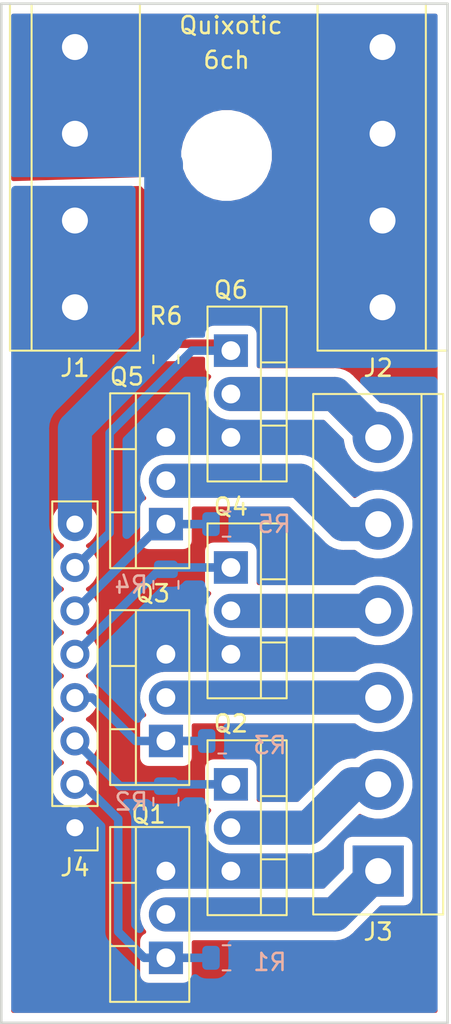
<source format=kicad_pcb>
(kicad_pcb (version 20171130) (host pcbnew "(5.1.10-1-10_14)")

  (general
    (thickness 1.6)
    (drawings 6)
    (tracks 59)
    (zones 0)
    (modules 17)
    (nets 15)
  )

  (page A4)
  (layers
    (0 F.Cu signal)
    (31 B.Cu signal)
    (32 B.Adhes user)
    (33 F.Adhes user)
    (34 B.Paste user)
    (35 F.Paste user)
    (36 B.SilkS user)
    (37 F.SilkS user)
    (38 B.Mask user)
    (39 F.Mask user)
    (40 Dwgs.User user)
    (41 Cmts.User user)
    (42 Eco1.User user)
    (43 Eco2.User user)
    (44 Edge.Cuts user)
    (45 Margin user)
    (46 B.CrtYd user)
    (47 F.CrtYd user)
    (48 B.Fab user hide)
    (49 F.Fab user hide)
  )

  (setup
    (last_trace_width 0.5)
    (user_trace_width 0.5)
    (user_trace_width 1)
    (user_trace_width 2)
    (trace_clearance 0.2)
    (zone_clearance 0.508)
    (zone_45_only no)
    (trace_min 0.2)
    (via_size 0.8)
    (via_drill 0.4)
    (via_min_size 0.4)
    (via_min_drill 0.3)
    (uvia_size 0.3)
    (uvia_drill 0.1)
    (uvias_allowed no)
    (uvia_min_size 0.2)
    (uvia_min_drill 0.1)
    (edge_width 0.05)
    (segment_width 0.2)
    (pcb_text_width 0.3)
    (pcb_text_size 1.5 1.5)
    (mod_edge_width 0.12)
    (mod_text_size 1 1)
    (mod_text_width 0.15)
    (pad_size 1.524 1.524)
    (pad_drill 0.762)
    (pad_to_mask_clearance 0.0508)
    (aux_axis_origin 0 0)
    (visible_elements FFFFFF7F)
    (pcbplotparams
      (layerselection 0x010fc_ffffffff)
      (usegerberextensions false)
      (usegerberattributes true)
      (usegerberadvancedattributes true)
      (creategerberjobfile true)
      (excludeedgelayer true)
      (linewidth 0.100000)
      (plotframeref false)
      (viasonmask false)
      (mode 1)
      (useauxorigin false)
      (hpglpennumber 1)
      (hpglpenspeed 20)
      (hpglpendiameter 15.000000)
      (psnegative false)
      (psa4output false)
      (plotreference true)
      (plotvalue true)
      (plotinvisibletext false)
      (padsonsilk false)
      (subtractmaskfromsilk false)
      (outputformat 1)
      (mirror false)
      (drillshape 1)
      (scaleselection 1)
      (outputdirectory ""))
  )

  (net 0 "")
  (net 1 GND)
  (net 2 +24V)
  (net 3 "Net-(J3-Pad6)")
  (net 4 "Net-(J3-Pad5)")
  (net 5 "Net-(J3-Pad4)")
  (net 6 "Net-(J3-Pad1)")
  (net 7 "Net-(J3-Pad3)")
  (net 8 "Net-(J3-Pad2)")
  (net 9 "Net-(J4-Pad7)")
  (net 10 "Net-(J4-Pad6)")
  (net 11 "Net-(J4-Pad5)")
  (net 12 "Net-(J4-Pad4)")
  (net 13 "Net-(J4-Pad3)")
  (net 14 "Net-(J4-Pad2)")

  (net_class Default "This is the default net class."
    (clearance 0.2)
    (trace_width 0.5)
    (via_dia 0.8)
    (via_drill 0.4)
    (uvia_dia 0.3)
    (uvia_drill 0.1)
    (add_net "Net-(J4-Pad2)")
    (add_net "Net-(J4-Pad3)")
    (add_net "Net-(J4-Pad4)")
    (add_net "Net-(J4-Pad5)")
    (add_net "Net-(J4-Pad6)")
    (add_net "Net-(J4-Pad7)")
  )

  (net_class Power ""
    (clearance 0.2)
    (trace_width 2)
    (via_dia 0.8)
    (via_drill 0.4)
    (uvia_dia 0.3)
    (uvia_drill 0.1)
    (add_net +24V)
    (add_net GND)
    (add_net "Net-(J3-Pad1)")
    (add_net "Net-(J3-Pad2)")
    (add_net "Net-(J3-Pad3)")
    (add_net "Net-(J3-Pad4)")
    (add_net "Net-(J3-Pad5)")
    (add_net "Net-(J3-Pad6)")
  )

  (module MountingHole:MountingHole_4.3mm_M4 (layer F.Cu) (tedit 56D1B4CB) (tstamp 611CD32E)
    (at 164.846 49.53)
    (descr "Mounting Hole 4.3mm, no annular, M4")
    (tags "mounting hole 4.3mm no annular m4")
    (attr virtual)
    (fp_text reference REF** (at 0 -5.3) (layer F.SilkS) hide
      (effects (font (size 1 1) (thickness 0.15)))
    )
    (fp_text value MountingHole_4.3mm_M4 (at 0 5.3) (layer F.Fab)
      (effects (font (size 1 1) (thickness 0.15)))
    )
    (fp_text user %R (at 0.3 0) (layer F.Fab)
      (effects (font (size 1 1) (thickness 0.15)))
    )
    (fp_circle (center 0 0) (end 4.3 0) (layer Cmts.User) (width 0.15))
    (fp_circle (center 0 0) (end 4.55 0) (layer F.CrtYd) (width 0.05))
    (pad 1 np_thru_hole circle (at 0 0) (size 4.3 4.3) (drill 4.3) (layers *.Cu *.Mask))
  )

  (module TerminalBlock:TerminalBlock_bornier-6_P5.08mm (layer F.Cu) (tedit 59FF03F5) (tstamp 611B72A6)
    (at 173.736 91.44 90)
    (descr "simple 6pin terminal block, pitch 5.08mm, revamped version of bornier6")
    (tags "terminal block bornier6")
    (path /611E692E)
    (fp_text reference J3 (at -3.556 0 180) (layer F.SilkS)
      (effects (font (size 1 1) (thickness 0.15)))
    )
    (fp_text value Screw_Terminal_01x06 (at 12.7 4.75 90) (layer F.Fab)
      (effects (font (size 1 1) (thickness 0.15)))
    )
    (fp_line (start 28.15 4) (end -2.75 4) (layer F.CrtYd) (width 0.05))
    (fp_line (start 28.15 4) (end 28.15 -4) (layer F.CrtYd) (width 0.05))
    (fp_line (start -2.75 -4) (end -2.75 4) (layer F.CrtYd) (width 0.05))
    (fp_line (start -2.75 -4) (end 28.15 -4) (layer F.CrtYd) (width 0.05))
    (fp_line (start -2.54 3.81) (end 27.94 3.81) (layer F.SilkS) (width 0.12))
    (fp_line (start -2.54 -3.81) (end 27.94 -3.81) (layer F.SilkS) (width 0.12))
    (fp_line (start -2.54 2.54) (end 27.94 2.54) (layer F.SilkS) (width 0.12))
    (fp_line (start 27.94 3.81) (end 27.94 -3.81) (layer F.SilkS) (width 0.12))
    (fp_line (start -2.54 -3.81) (end -2.54 3.81) (layer F.SilkS) (width 0.12))
    (fp_line (start 27.9 -3.75) (end -2.5 -3.75) (layer F.Fab) (width 0.1))
    (fp_line (start 27.9 3.75) (end 27.9 -3.75) (layer F.Fab) (width 0.1))
    (fp_line (start -2.5 3.75) (end 27.9 3.75) (layer F.Fab) (width 0.1))
    (fp_line (start -2.5 -3.75) (end -2.5 3.75) (layer F.Fab) (width 0.1))
    (fp_line (start -2.5 2.55) (end 27.9 2.55) (layer F.Fab) (width 0.1))
    (fp_text user %R (at 12.7 0 90) (layer F.Fab)
      (effects (font (size 1 1) (thickness 0.15)))
    )
    (pad 6 thru_hole circle (at 25.4 0 90) (size 3 3) (drill 1.52) (layers *.Cu *.Mask)
      (net 3 "Net-(J3-Pad6)"))
    (pad 5 thru_hole circle (at 20.32 0 90) (size 3 3) (drill 1.52) (layers *.Cu *.Mask)
      (net 4 "Net-(J3-Pad5)"))
    (pad 4 thru_hole circle (at 15.24 0 90) (size 3 3) (drill 1.52) (layers *.Cu *.Mask)
      (net 5 "Net-(J3-Pad4)"))
    (pad 1 thru_hole rect (at 0 0 90) (size 3 3) (drill 1.52) (layers *.Cu *.Mask)
      (net 6 "Net-(J3-Pad1)"))
    (pad 3 thru_hole circle (at 10.16 0 90) (size 3 3) (drill 1.52) (layers *.Cu *.Mask)
      (net 7 "Net-(J3-Pad3)"))
    (pad 2 thru_hole circle (at 5.08 0 90) (size 3 3) (drill 1.52) (layers *.Cu *.Mask)
      (net 8 "Net-(J3-Pad2)"))
    (model ${KISYS3DMOD}/TerminalBlock.3dshapes/TerminalBlock_bornier-6_P5.08mm.wrl
      (offset (xyz 12.69999980926514 0 0))
      (scale (xyz 1 1 1))
      (rotate (xyz 0 0 0))
    )
  )

  (module TerminalBlock:TerminalBlock_bornier-4_P5.08mm (layer F.Cu) (tedit 59FF03D1) (tstamp 611B728D)
    (at 173.99 58.42 90)
    (descr "simple 4-pin terminal block, pitch 5.08mm, revamped version of bornier4")
    (tags "terminal block bornier4")
    (path /611E4BD9)
    (fp_text reference J2 (at -3.556 -0.254 180) (layer F.SilkS)
      (effects (font (size 1 1) (thickness 0.15)))
    )
    (fp_text value Screw_Terminal_01x04 (at 7.6 4.75 90) (layer F.Fab)
      (effects (font (size 1 1) (thickness 0.15)))
    )
    (fp_line (start 17.97 4) (end -2.73 4) (layer F.CrtYd) (width 0.05))
    (fp_line (start 17.97 4) (end 17.97 -4) (layer F.CrtYd) (width 0.05))
    (fp_line (start -2.73 -4) (end -2.73 4) (layer F.CrtYd) (width 0.05))
    (fp_line (start -2.73 -4) (end 17.97 -4) (layer F.CrtYd) (width 0.05))
    (fp_line (start -2.54 3.81) (end 17.78 3.81) (layer F.SilkS) (width 0.12))
    (fp_line (start -2.54 -3.81) (end 17.78 -3.81) (layer F.SilkS) (width 0.12))
    (fp_line (start 17.78 2.54) (end -2.54 2.54) (layer F.SilkS) (width 0.12))
    (fp_line (start 17.78 3.81) (end 17.78 -3.81) (layer F.SilkS) (width 0.12))
    (fp_line (start -2.54 -3.81) (end -2.54 3.81) (layer F.SilkS) (width 0.12))
    (fp_line (start 17.72 3.75) (end -2.43 3.75) (layer F.Fab) (width 0.1))
    (fp_line (start 17.72 -3.75) (end 17.72 3.75) (layer F.Fab) (width 0.1))
    (fp_line (start -2.48 -3.75) (end 17.72 -3.75) (layer F.Fab) (width 0.1))
    (fp_line (start -2.48 3.75) (end -2.48 -3.75) (layer F.Fab) (width 0.1))
    (fp_line (start -2.43 3.75) (end -2.48 3.75) (layer F.Fab) (width 0.1))
    (fp_line (start -2.48 2.55) (end 17.72 2.55) (layer F.Fab) (width 0.1))
    (fp_text user %R (at 7.62 0 90) (layer F.Fab)
      (effects (font (size 1 1) (thickness 0.15)))
    )
    (pad 4 thru_hole circle (at 15.24 0 90) (size 3 3) (drill 1.52) (layers *.Cu *.Mask)
      (net 2 +24V))
    (pad 1 thru_hole rect (at 0 0 90) (size 3 3) (drill 1.52) (layers *.Cu *.Mask)
      (net 2 +24V))
    (pad 3 thru_hole circle (at 10.16 0 90) (size 3 3) (drill 1.52) (layers *.Cu *.Mask)
      (net 2 +24V))
    (pad 2 thru_hole circle (at 5.08 0 90) (size 3 3) (drill 1.52) (layers *.Cu *.Mask)
      (net 2 +24V))
    (model ${KISYS3DMOD}/TerminalBlock.3dshapes/TerminalBlock_bornier-4_P5.08mm.wrl
      (offset (xyz 7.619999885559082 0 0))
      (scale (xyz 1 1 1))
      (rotate (xyz 0 0 0))
    )
  )

  (module TerminalBlock:TerminalBlock_bornier-4_P5.08mm (layer F.Cu) (tedit 59FF03D1) (tstamp 611B7275)
    (at 155.956 43.18 270)
    (descr "simple 4-pin terminal block, pitch 5.08mm, revamped version of bornier4")
    (tags "terminal block bornier4")
    (path /611EDC68)
    (fp_text reference J1 (at 18.796 0 180) (layer F.SilkS)
      (effects (font (size 1 1) (thickness 0.15)))
    )
    (fp_text value Screw_Terminal_01x04 (at 7.6 4.75 90) (layer F.Fab)
      (effects (font (size 1 1) (thickness 0.15)))
    )
    (fp_line (start 17.97 4) (end -2.73 4) (layer F.CrtYd) (width 0.05))
    (fp_line (start 17.97 4) (end 17.97 -4) (layer F.CrtYd) (width 0.05))
    (fp_line (start -2.73 -4) (end -2.73 4) (layer F.CrtYd) (width 0.05))
    (fp_line (start -2.73 -4) (end 17.97 -4) (layer F.CrtYd) (width 0.05))
    (fp_line (start -2.54 3.81) (end 17.78 3.81) (layer F.SilkS) (width 0.12))
    (fp_line (start -2.54 -3.81) (end 17.78 -3.81) (layer F.SilkS) (width 0.12))
    (fp_line (start 17.78 2.54) (end -2.54 2.54) (layer F.SilkS) (width 0.12))
    (fp_line (start 17.78 3.81) (end 17.78 -3.81) (layer F.SilkS) (width 0.12))
    (fp_line (start -2.54 -3.81) (end -2.54 3.81) (layer F.SilkS) (width 0.12))
    (fp_line (start 17.72 3.75) (end -2.43 3.75) (layer F.Fab) (width 0.1))
    (fp_line (start 17.72 -3.75) (end 17.72 3.75) (layer F.Fab) (width 0.1))
    (fp_line (start -2.48 -3.75) (end 17.72 -3.75) (layer F.Fab) (width 0.1))
    (fp_line (start -2.48 3.75) (end -2.48 -3.75) (layer F.Fab) (width 0.1))
    (fp_line (start -2.43 3.75) (end -2.48 3.75) (layer F.Fab) (width 0.1))
    (fp_line (start -2.48 2.55) (end 17.72 2.55) (layer F.Fab) (width 0.1))
    (fp_text user %R (at 7.62 0 90) (layer F.Fab)
      (effects (font (size 1 1) (thickness 0.15)))
    )
    (pad 4 thru_hole circle (at 15.24 0 270) (size 3 3) (drill 1.52) (layers *.Cu *.Mask)
      (net 1 GND))
    (pad 1 thru_hole rect (at 0 0 270) (size 3 3) (drill 1.52) (layers *.Cu *.Mask)
      (net 2 +24V))
    (pad 3 thru_hole circle (at 10.16 0 270) (size 3 3) (drill 1.52) (layers *.Cu *.Mask)
      (net 1 GND))
    (pad 2 thru_hole circle (at 5.08 0 270) (size 3 3) (drill 1.52) (layers *.Cu *.Mask)
      (net 2 +24V))
    (model ${KISYS3DMOD}/TerminalBlock.3dshapes/TerminalBlock_bornier-4_P5.08mm.wrl
      (offset (xyz 7.619999885559082 0 0))
      (scale (xyz 1 1 1))
      (rotate (xyz 0 0 0))
    )
  )

  (module Resistor_SMD:R_0805_2012Metric (layer F.Cu) (tedit 5F68FEEE) (tstamp 611C7085)
    (at 161.29 61.468 270)
    (descr "Resistor SMD 0805 (2012 Metric), square (rectangular) end terminal, IPC_7351 nominal, (Body size source: IPC-SM-782 page 72, https://www.pcb-3d.com/wordpress/wp-content/uploads/ipc-sm-782a_amendment_1_and_2.pdf), generated with kicad-footprint-generator")
    (tags resistor)
    (path /611B7F57)
    (attr smd)
    (fp_text reference R6 (at -2.54 0) (layer F.SilkS)
      (effects (font (size 1 1) (thickness 0.15)))
    )
    (fp_text value R_Small_US (at 0 1.65 90) (layer F.Fab)
      (effects (font (size 1 1) (thickness 0.15)))
    )
    (fp_line (start 1.68 0.95) (end -1.68 0.95) (layer F.CrtYd) (width 0.05))
    (fp_line (start 1.68 -0.95) (end 1.68 0.95) (layer F.CrtYd) (width 0.05))
    (fp_line (start -1.68 -0.95) (end 1.68 -0.95) (layer F.CrtYd) (width 0.05))
    (fp_line (start -1.68 0.95) (end -1.68 -0.95) (layer F.CrtYd) (width 0.05))
    (fp_line (start -0.227064 0.735) (end 0.227064 0.735) (layer F.SilkS) (width 0.12))
    (fp_line (start -0.227064 -0.735) (end 0.227064 -0.735) (layer F.SilkS) (width 0.12))
    (fp_line (start 1 0.625) (end -1 0.625) (layer F.Fab) (width 0.1))
    (fp_line (start 1 -0.625) (end 1 0.625) (layer F.Fab) (width 0.1))
    (fp_line (start -1 -0.625) (end 1 -0.625) (layer F.Fab) (width 0.1))
    (fp_line (start -1 0.625) (end -1 -0.625) (layer F.Fab) (width 0.1))
    (fp_text user %R (at 0 0 90) (layer F.Fab)
      (effects (font (size 0.5 0.5) (thickness 0.08)))
    )
    (pad 2 smd roundrect (at 0.9125 0 270) (size 1.025 1.4) (layers F.Cu F.Paste F.Mask) (roundrect_rratio 0.243902)
      (net 1 GND))
    (pad 1 smd roundrect (at -0.9125 0 270) (size 1.025 1.4) (layers F.Cu F.Paste F.Mask) (roundrect_rratio 0.243902)
      (net 9 "Net-(J4-Pad7)"))
    (model ${KISYS3DMOD}/Resistor_SMD.3dshapes/R_0805_2012Metric.wrl
      (at (xyz 0 0 0))
      (scale (xyz 1 1 1))
      (rotate (xyz 0 0 0))
    )
  )

  (module Resistor_SMD:R_0805_2012Metric (layer B.Cu) (tedit 5F68FEEE) (tstamp 611C4281)
    (at 164.846 71.12)
    (descr "Resistor SMD 0805 (2012 Metric), square (rectangular) end terminal, IPC_7351 nominal, (Body size source: IPC-SM-782 page 72, https://www.pcb-3d.com/wordpress/wp-content/uploads/ipc-sm-782a_amendment_1_and_2.pdf), generated with kicad-footprint-generator")
    (tags resistor)
    (path /611B75D0)
    (attr smd)
    (fp_text reference R5 (at 2.794 0 180) (layer B.SilkS)
      (effects (font (size 1 1) (thickness 0.15)) (justify mirror))
    )
    (fp_text value R_Small_US (at 0 -1.65) (layer B.Fab)
      (effects (font (size 1 1) (thickness 0.15)) (justify mirror))
    )
    (fp_line (start 1.68 -0.95) (end -1.68 -0.95) (layer B.CrtYd) (width 0.05))
    (fp_line (start 1.68 0.95) (end 1.68 -0.95) (layer B.CrtYd) (width 0.05))
    (fp_line (start -1.68 0.95) (end 1.68 0.95) (layer B.CrtYd) (width 0.05))
    (fp_line (start -1.68 -0.95) (end -1.68 0.95) (layer B.CrtYd) (width 0.05))
    (fp_line (start -0.227064 -0.735) (end 0.227064 -0.735) (layer B.SilkS) (width 0.12))
    (fp_line (start -0.227064 0.735) (end 0.227064 0.735) (layer B.SilkS) (width 0.12))
    (fp_line (start 1 -0.625) (end -1 -0.625) (layer B.Fab) (width 0.1))
    (fp_line (start 1 0.625) (end 1 -0.625) (layer B.Fab) (width 0.1))
    (fp_line (start -1 0.625) (end 1 0.625) (layer B.Fab) (width 0.1))
    (fp_line (start -1 -0.625) (end -1 0.625) (layer B.Fab) (width 0.1))
    (fp_text user %R (at 0 0) (layer B.Fab)
      (effects (font (size 0.5 0.5) (thickness 0.08)) (justify mirror))
    )
    (pad 2 smd roundrect (at 0.9125 0) (size 1.025 1.4) (layers B.Cu B.Paste B.Mask) (roundrect_rratio 0.243902)
      (net 1 GND))
    (pad 1 smd roundrect (at -0.9125 0) (size 1.025 1.4) (layers B.Cu B.Paste B.Mask) (roundrect_rratio 0.243902)
      (net 10 "Net-(J4-Pad6)"))
    (model ${KISYS3DMOD}/Resistor_SMD.3dshapes/R_0805_2012Metric.wrl
      (at (xyz 0 0 0))
      (scale (xyz 1 1 1))
      (rotate (xyz 0 0 0))
    )
  )

  (module Resistor_SMD:R_0805_2012Metric (layer B.Cu) (tedit 5F68FEEE) (tstamp 611C1F5A)
    (at 161.29 74.676 270)
    (descr "Resistor SMD 0805 (2012 Metric), square (rectangular) end terminal, IPC_7351 nominal, (Body size source: IPC-SM-782 page 72, https://www.pcb-3d.com/wordpress/wp-content/uploads/ipc-sm-782a_amendment_1_and_2.pdf), generated with kicad-footprint-generator")
    (tags resistor)
    (path /611B6DB3)
    (attr smd)
    (fp_text reference R4 (at 0 2.032 180) (layer B.SilkS)
      (effects (font (size 1 1) (thickness 0.15)) (justify mirror))
    )
    (fp_text value R_Small_US (at 0 -1.65 270) (layer B.Fab)
      (effects (font (size 1 1) (thickness 0.15)) (justify mirror))
    )
    (fp_line (start 1.68 -0.95) (end -1.68 -0.95) (layer B.CrtYd) (width 0.05))
    (fp_line (start 1.68 0.95) (end 1.68 -0.95) (layer B.CrtYd) (width 0.05))
    (fp_line (start -1.68 0.95) (end 1.68 0.95) (layer B.CrtYd) (width 0.05))
    (fp_line (start -1.68 -0.95) (end -1.68 0.95) (layer B.CrtYd) (width 0.05))
    (fp_line (start -0.227064 -0.735) (end 0.227064 -0.735) (layer B.SilkS) (width 0.12))
    (fp_line (start -0.227064 0.735) (end 0.227064 0.735) (layer B.SilkS) (width 0.12))
    (fp_line (start 1 -0.625) (end -1 -0.625) (layer B.Fab) (width 0.1))
    (fp_line (start 1 0.625) (end 1 -0.625) (layer B.Fab) (width 0.1))
    (fp_line (start -1 0.625) (end 1 0.625) (layer B.Fab) (width 0.1))
    (fp_line (start -1 -0.625) (end -1 0.625) (layer B.Fab) (width 0.1))
    (fp_text user %R (at 0 0 270) (layer B.Fab)
      (effects (font (size 0.5 0.5) (thickness 0.08)) (justify mirror))
    )
    (pad 2 smd roundrect (at 0.9125 0 270) (size 1.025 1.4) (layers B.Cu B.Paste B.Mask) (roundrect_rratio 0.243902)
      (net 1 GND))
    (pad 1 smd roundrect (at -0.9125 0 270) (size 1.025 1.4) (layers B.Cu B.Paste B.Mask) (roundrect_rratio 0.243902)
      (net 11 "Net-(J4-Pad5)"))
    (model ${KISYS3DMOD}/Resistor_SMD.3dshapes/R_0805_2012Metric.wrl
      (at (xyz 0 0 0))
      (scale (xyz 1 1 1))
      (rotate (xyz 0 0 0))
    )
  )

  (module Resistor_SMD:R_0805_2012Metric (layer B.Cu) (tedit 5F68FEEE) (tstamp 611C696D)
    (at 164.592 83.82)
    (descr "Resistor SMD 0805 (2012 Metric), square (rectangular) end terminal, IPC_7351 nominal, (Body size source: IPC-SM-782 page 72, https://www.pcb-3d.com/wordpress/wp-content/uploads/ipc-sm-782a_amendment_1_and_2.pdf), generated with kicad-footprint-generator")
    (tags resistor)
    (path /611B65C9)
    (attr smd)
    (fp_text reference R3 (at 2.794 0.254 180) (layer B.SilkS)
      (effects (font (size 1 1) (thickness 0.15)) (justify mirror))
    )
    (fp_text value R_Small_US (at 0 -1.65) (layer B.Fab)
      (effects (font (size 1 1) (thickness 0.15)) (justify mirror))
    )
    (fp_line (start 1.68 -0.95) (end -1.68 -0.95) (layer B.CrtYd) (width 0.05))
    (fp_line (start 1.68 0.95) (end 1.68 -0.95) (layer B.CrtYd) (width 0.05))
    (fp_line (start -1.68 0.95) (end 1.68 0.95) (layer B.CrtYd) (width 0.05))
    (fp_line (start -1.68 -0.95) (end -1.68 0.95) (layer B.CrtYd) (width 0.05))
    (fp_line (start -0.227064 -0.735) (end 0.227064 -0.735) (layer B.SilkS) (width 0.12))
    (fp_line (start -0.227064 0.735) (end 0.227064 0.735) (layer B.SilkS) (width 0.12))
    (fp_line (start 1 -0.625) (end -1 -0.625) (layer B.Fab) (width 0.1))
    (fp_line (start 1 0.625) (end 1 -0.625) (layer B.Fab) (width 0.1))
    (fp_line (start -1 0.625) (end 1 0.625) (layer B.Fab) (width 0.1))
    (fp_line (start -1 -0.625) (end -1 0.625) (layer B.Fab) (width 0.1))
    (fp_text user %R (at 0 0) (layer B.Fab)
      (effects (font (size 0.5 0.5) (thickness 0.08)) (justify mirror))
    )
    (pad 2 smd roundrect (at 0.9125 0) (size 1.025 1.4) (layers B.Cu B.Paste B.Mask) (roundrect_rratio 0.243902)
      (net 1 GND))
    (pad 1 smd roundrect (at -0.9125 0) (size 1.025 1.4) (layers B.Cu B.Paste B.Mask) (roundrect_rratio 0.243902)
      (net 12 "Net-(J4-Pad4)"))
    (model ${KISYS3DMOD}/Resistor_SMD.3dshapes/R_0805_2012Metric.wrl
      (at (xyz 0 0 0))
      (scale (xyz 1 1 1))
      (rotate (xyz 0 0 0))
    )
  )

  (module Resistor_SMD:R_0805_2012Metric (layer B.Cu) (tedit 5F68FEEE) (tstamp 611BA276)
    (at 161.29 87.376 270)
    (descr "Resistor SMD 0805 (2012 Metric), square (rectangular) end terminal, IPC_7351 nominal, (Body size source: IPC-SM-782 page 72, https://www.pcb-3d.com/wordpress/wp-content/uploads/ipc-sm-782a_amendment_1_and_2.pdf), generated with kicad-footprint-generator")
    (tags resistor)
    (path /611B5FCA)
    (attr smd)
    (fp_text reference R2 (at 0 2.032 180) (layer B.SilkS)
      (effects (font (size 1 1) (thickness 0.15)) (justify mirror))
    )
    (fp_text value R_Small_US (at 0 -1.65 270) (layer B.Fab)
      (effects (font (size 1 1) (thickness 0.15)) (justify mirror))
    )
    (fp_line (start 1.68 -0.95) (end -1.68 -0.95) (layer B.CrtYd) (width 0.05))
    (fp_line (start 1.68 0.95) (end 1.68 -0.95) (layer B.CrtYd) (width 0.05))
    (fp_line (start -1.68 0.95) (end 1.68 0.95) (layer B.CrtYd) (width 0.05))
    (fp_line (start -1.68 -0.95) (end -1.68 0.95) (layer B.CrtYd) (width 0.05))
    (fp_line (start -0.227064 -0.735) (end 0.227064 -0.735) (layer B.SilkS) (width 0.12))
    (fp_line (start -0.227064 0.735) (end 0.227064 0.735) (layer B.SilkS) (width 0.12))
    (fp_line (start 1 -0.625) (end -1 -0.625) (layer B.Fab) (width 0.1))
    (fp_line (start 1 0.625) (end 1 -0.625) (layer B.Fab) (width 0.1))
    (fp_line (start -1 0.625) (end 1 0.625) (layer B.Fab) (width 0.1))
    (fp_line (start -1 -0.625) (end -1 0.625) (layer B.Fab) (width 0.1))
    (fp_text user %R (at 0 0 270) (layer B.Fab)
      (effects (font (size 0.5 0.5) (thickness 0.08)) (justify mirror))
    )
    (pad 2 smd roundrect (at 0.9125 0 270) (size 1.025 1.4) (layers B.Cu B.Paste B.Mask) (roundrect_rratio 0.243902)
      (net 1 GND))
    (pad 1 smd roundrect (at -0.9125 0 270) (size 1.025 1.4) (layers B.Cu B.Paste B.Mask) (roundrect_rratio 0.243902)
      (net 13 "Net-(J4-Pad3)"))
    (model ${KISYS3DMOD}/Resistor_SMD.3dshapes/R_0805_2012Metric.wrl
      (at (xyz 0 0 0))
      (scale (xyz 1 1 1))
      (rotate (xyz 0 0 0))
    )
  )

  (module Resistor_SMD:R_0805_2012Metric (layer B.Cu) (tedit 5F68FEEE) (tstamp 611B6E07)
    (at 164.846 96.52)
    (descr "Resistor SMD 0805 (2012 Metric), square (rectangular) end terminal, IPC_7351 nominal, (Body size source: IPC-SM-782 page 72, https://www.pcb-3d.com/wordpress/wp-content/uploads/ipc-sm-782a_amendment_1_and_2.pdf), generated with kicad-footprint-generator")
    (tags resistor)
    (path /611B5091)
    (attr smd)
    (fp_text reference R1 (at 2.54 0.254 180) (layer B.SilkS)
      (effects (font (size 1 1) (thickness 0.15)) (justify mirror))
    )
    (fp_text value R_Small_US (at 0 -1.65) (layer B.Fab)
      (effects (font (size 1 1) (thickness 0.15)) (justify mirror))
    )
    (fp_line (start 1.68 -0.95) (end -1.68 -0.95) (layer B.CrtYd) (width 0.05))
    (fp_line (start 1.68 0.95) (end 1.68 -0.95) (layer B.CrtYd) (width 0.05))
    (fp_line (start -1.68 0.95) (end 1.68 0.95) (layer B.CrtYd) (width 0.05))
    (fp_line (start -1.68 -0.95) (end -1.68 0.95) (layer B.CrtYd) (width 0.05))
    (fp_line (start -0.227064 -0.735) (end 0.227064 -0.735) (layer B.SilkS) (width 0.12))
    (fp_line (start -0.227064 0.735) (end 0.227064 0.735) (layer B.SilkS) (width 0.12))
    (fp_line (start 1 -0.625) (end -1 -0.625) (layer B.Fab) (width 0.1))
    (fp_line (start 1 0.625) (end 1 -0.625) (layer B.Fab) (width 0.1))
    (fp_line (start -1 0.625) (end 1 0.625) (layer B.Fab) (width 0.1))
    (fp_line (start -1 -0.625) (end -1 0.625) (layer B.Fab) (width 0.1))
    (fp_text user %R (at 0 0) (layer B.Fab)
      (effects (font (size 0.5 0.5) (thickness 0.08)) (justify mirror))
    )
    (pad 2 smd roundrect (at 0.9125 0) (size 1.025 1.4) (layers B.Cu B.Paste B.Mask) (roundrect_rratio 0.243902)
      (net 1 GND))
    (pad 1 smd roundrect (at -0.9125 0) (size 1.025 1.4) (layers B.Cu B.Paste B.Mask) (roundrect_rratio 0.243902)
      (net 14 "Net-(J4-Pad2)"))
    (model ${KISYS3DMOD}/Resistor_SMD.3dshapes/R_0805_2012Metric.wrl
      (at (xyz 0 0 0))
      (scale (xyz 1 1 1))
      (rotate (xyz 0 0 0))
    )
  )

  (module Connector_PinHeader_2.54mm:PinHeader_1x08_P2.54mm_Vertical (layer F.Cu) (tedit 59FED5CC) (tstamp 611C466E)
    (at 155.956 88.9 180)
    (descr "Through hole straight pin header, 1x08, 2.54mm pitch, single row")
    (tags "Through hole pin header THT 1x08 2.54mm single row")
    (path /611CEF70)
    (fp_text reference J4 (at 0 -2.33) (layer F.SilkS)
      (effects (font (size 1 1) (thickness 0.15)))
    )
    (fp_text value Conn_01x08_Male (at 0 20.11) (layer F.Fab)
      (effects (font (size 1 1) (thickness 0.15)))
    )
    (fp_line (start 1.8 -1.8) (end -1.8 -1.8) (layer F.CrtYd) (width 0.05))
    (fp_line (start 1.8 19.55) (end 1.8 -1.8) (layer F.CrtYd) (width 0.05))
    (fp_line (start -1.8 19.55) (end 1.8 19.55) (layer F.CrtYd) (width 0.05))
    (fp_line (start -1.8 -1.8) (end -1.8 19.55) (layer F.CrtYd) (width 0.05))
    (fp_line (start -1.33 -1.33) (end 0 -1.33) (layer F.SilkS) (width 0.12))
    (fp_line (start -1.33 0) (end -1.33 -1.33) (layer F.SilkS) (width 0.12))
    (fp_line (start -1.33 1.27) (end 1.33 1.27) (layer F.SilkS) (width 0.12))
    (fp_line (start 1.33 1.27) (end 1.33 19.11) (layer F.SilkS) (width 0.12))
    (fp_line (start -1.33 1.27) (end -1.33 19.11) (layer F.SilkS) (width 0.12))
    (fp_line (start -1.33 19.11) (end 1.33 19.11) (layer F.SilkS) (width 0.12))
    (fp_line (start -1.27 -0.635) (end -0.635 -1.27) (layer F.Fab) (width 0.1))
    (fp_line (start -1.27 19.05) (end -1.27 -0.635) (layer F.Fab) (width 0.1))
    (fp_line (start 1.27 19.05) (end -1.27 19.05) (layer F.Fab) (width 0.1))
    (fp_line (start 1.27 -1.27) (end 1.27 19.05) (layer F.Fab) (width 0.1))
    (fp_line (start -0.635 -1.27) (end 1.27 -1.27) (layer F.Fab) (width 0.1))
    (fp_text user %R (at 0 8.89 90) (layer F.Fab)
      (effects (font (size 1 1) (thickness 0.15)))
    )
    (pad 8 thru_hole oval (at 0 17.78 180) (size 1.7 1.7) (drill 1) (layers *.Cu *.Mask)
      (net 2 +24V))
    (pad 7 thru_hole oval (at 0 15.24 180) (size 1.7 1.7) (drill 1) (layers *.Cu *.Mask)
      (net 9 "Net-(J4-Pad7)"))
    (pad 6 thru_hole oval (at 0 12.7 180) (size 1.7 1.7) (drill 1) (layers *.Cu *.Mask)
      (net 10 "Net-(J4-Pad6)"))
    (pad 5 thru_hole oval (at 0 10.16 180) (size 1.7 1.7) (drill 1) (layers *.Cu *.Mask)
      (net 11 "Net-(J4-Pad5)"))
    (pad 4 thru_hole oval (at 0 7.62 180) (size 1.7 1.7) (drill 1) (layers *.Cu *.Mask)
      (net 12 "Net-(J4-Pad4)"))
    (pad 3 thru_hole oval (at 0 5.08 180) (size 1.7 1.7) (drill 1) (layers *.Cu *.Mask)
      (net 13 "Net-(J4-Pad3)"))
    (pad 2 thru_hole oval (at 0 2.54 180) (size 1.7 1.7) (drill 1) (layers *.Cu *.Mask)
      (net 14 "Net-(J4-Pad2)"))
    (pad 1 thru_hole rect (at 0 0 180) (size 1.7 1.7) (drill 1) (layers *.Cu *.Mask)
      (net 1 GND))
    (model ${KISYS3DMOD}/Connector_PinHeader_2.54mm.3dshapes/PinHeader_1x08_P2.54mm_Vertical.wrl
      (at (xyz 0 0 0))
      (scale (xyz 1 1 1))
      (rotate (xyz 0 0 0))
    )
  )

  (module Package_TO_SOT_THT:TO-220-3_Vertical (layer F.Cu) (tedit 5AC8BA0D) (tstamp 611B2B0E)
    (at 165.1 60.96 270)
    (descr "TO-220-3, Vertical, RM 2.54mm, see https://www.vishay.com/docs/66542/to-220-1.pdf")
    (tags "TO-220-3 Vertical RM 2.54mm")
    (path /611BA686)
    (fp_text reference Q6 (at -3.556 0 180) (layer F.SilkS)
      (effects (font (size 1 1) (thickness 0.15)))
    )
    (fp_text value IRLB8721PBF (at 2.54 2.5 90) (layer F.Fab)
      (effects (font (size 1 1) (thickness 0.15)))
    )
    (fp_line (start -2.46 -3.15) (end -2.46 1.25) (layer F.Fab) (width 0.1))
    (fp_line (start -2.46 1.25) (end 7.54 1.25) (layer F.Fab) (width 0.1))
    (fp_line (start 7.54 1.25) (end 7.54 -3.15) (layer F.Fab) (width 0.1))
    (fp_line (start 7.54 -3.15) (end -2.46 -3.15) (layer F.Fab) (width 0.1))
    (fp_line (start -2.46 -1.88) (end 7.54 -1.88) (layer F.Fab) (width 0.1))
    (fp_line (start 0.69 -3.15) (end 0.69 -1.88) (layer F.Fab) (width 0.1))
    (fp_line (start 4.39 -3.15) (end 4.39 -1.88) (layer F.Fab) (width 0.1))
    (fp_line (start -2.58 -3.27) (end 7.66 -3.27) (layer F.SilkS) (width 0.12))
    (fp_line (start -2.58 1.371) (end 7.66 1.371) (layer F.SilkS) (width 0.12))
    (fp_line (start -2.58 -3.27) (end -2.58 1.371) (layer F.SilkS) (width 0.12))
    (fp_line (start 7.66 -3.27) (end 7.66 1.371) (layer F.SilkS) (width 0.12))
    (fp_line (start -2.58 -1.76) (end 7.66 -1.76) (layer F.SilkS) (width 0.12))
    (fp_line (start 0.69 -3.27) (end 0.69 -1.76) (layer F.SilkS) (width 0.12))
    (fp_line (start 4.391 -3.27) (end 4.391 -1.76) (layer F.SilkS) (width 0.12))
    (fp_line (start -2.71 -3.4) (end -2.71 1.51) (layer F.CrtYd) (width 0.05))
    (fp_line (start -2.71 1.51) (end 7.79 1.51) (layer F.CrtYd) (width 0.05))
    (fp_line (start 7.79 1.51) (end 7.79 -3.4) (layer F.CrtYd) (width 0.05))
    (fp_line (start 7.79 -3.4) (end -2.71 -3.4) (layer F.CrtYd) (width 0.05))
    (fp_text user %R (at 2.54 -4.27 90) (layer F.Fab)
      (effects (font (size 1 1) (thickness 0.15)))
    )
    (pad 3 thru_hole oval (at 5.08 0 270) (size 1.905 2) (drill 1.1) (layers *.Cu *.Mask)
      (net 1 GND))
    (pad 2 thru_hole oval (at 2.54 0 270) (size 1.905 2) (drill 1.1) (layers *.Cu *.Mask)
      (net 3 "Net-(J3-Pad6)"))
    (pad 1 thru_hole rect (at 0 0 270) (size 1.905 2) (drill 1.1) (layers *.Cu *.Mask)
      (net 9 "Net-(J4-Pad7)"))
    (model ${KISYS3DMOD}/Package_TO_SOT_THT.3dshapes/TO-220-3_Vertical.wrl
      (at (xyz 0 0 0))
      (scale (xyz 1 1 1))
      (rotate (xyz 0 0 0))
    )
  )

  (module Package_TO_SOT_THT:TO-220-3_Vertical (layer F.Cu) (tedit 5AC8BA0D) (tstamp 611C3BA1)
    (at 161.29 71.12 90)
    (descr "TO-220-3, Vertical, RM 2.54mm, see https://www.vishay.com/docs/66542/to-220-1.pdf")
    (tags "TO-220-3 Vertical RM 2.54mm")
    (path /611B8FA8)
    (fp_text reference Q5 (at 8.636 -2.286 180) (layer F.SilkS)
      (effects (font (size 1 1) (thickness 0.15)))
    )
    (fp_text value IRLB8721PBF (at 2.54 2.5 90) (layer F.Fab)
      (effects (font (size 1 1) (thickness 0.15)))
    )
    (fp_line (start -2.46 -3.15) (end -2.46 1.25) (layer F.Fab) (width 0.1))
    (fp_line (start -2.46 1.25) (end 7.54 1.25) (layer F.Fab) (width 0.1))
    (fp_line (start 7.54 1.25) (end 7.54 -3.15) (layer F.Fab) (width 0.1))
    (fp_line (start 7.54 -3.15) (end -2.46 -3.15) (layer F.Fab) (width 0.1))
    (fp_line (start -2.46 -1.88) (end 7.54 -1.88) (layer F.Fab) (width 0.1))
    (fp_line (start 0.69 -3.15) (end 0.69 -1.88) (layer F.Fab) (width 0.1))
    (fp_line (start 4.39 -3.15) (end 4.39 -1.88) (layer F.Fab) (width 0.1))
    (fp_line (start -2.58 -3.27) (end 7.66 -3.27) (layer F.SilkS) (width 0.12))
    (fp_line (start -2.58 1.371) (end 7.66 1.371) (layer F.SilkS) (width 0.12))
    (fp_line (start -2.58 -3.27) (end -2.58 1.371) (layer F.SilkS) (width 0.12))
    (fp_line (start 7.66 -3.27) (end 7.66 1.371) (layer F.SilkS) (width 0.12))
    (fp_line (start -2.58 -1.76) (end 7.66 -1.76) (layer F.SilkS) (width 0.12))
    (fp_line (start 0.69 -3.27) (end 0.69 -1.76) (layer F.SilkS) (width 0.12))
    (fp_line (start 4.391 -3.27) (end 4.391 -1.76) (layer F.SilkS) (width 0.12))
    (fp_line (start -2.71 -3.4) (end -2.71 1.51) (layer F.CrtYd) (width 0.05))
    (fp_line (start -2.71 1.51) (end 7.79 1.51) (layer F.CrtYd) (width 0.05))
    (fp_line (start 7.79 1.51) (end 7.79 -3.4) (layer F.CrtYd) (width 0.05))
    (fp_line (start 7.79 -3.4) (end -2.71 -3.4) (layer F.CrtYd) (width 0.05))
    (fp_text user %R (at 2.54 -4.27 90) (layer F.Fab)
      (effects (font (size 1 1) (thickness 0.15)))
    )
    (pad 3 thru_hole oval (at 5.08 0 90) (size 1.905 2) (drill 1.1) (layers *.Cu *.Mask)
      (net 1 GND))
    (pad 2 thru_hole oval (at 2.54 0 90) (size 1.905 2) (drill 1.1) (layers *.Cu *.Mask)
      (net 4 "Net-(J3-Pad5)"))
    (pad 1 thru_hole rect (at 0 0 90) (size 1.905 2) (drill 1.1) (layers *.Cu *.Mask)
      (net 10 "Net-(J4-Pad6)"))
    (model ${KISYS3DMOD}/Package_TO_SOT_THT.3dshapes/TO-220-3_Vertical.wrl
      (at (xyz 0 0 0))
      (scale (xyz 1 1 1))
      (rotate (xyz 0 0 0))
    )
  )

  (module Package_TO_SOT_THT:TO-220-3_Vertical (layer F.Cu) (tedit 5AC8BA0D) (tstamp 611BFFAA)
    (at 165.1 73.66 270)
    (descr "TO-220-3, Vertical, RM 2.54mm, see https://www.vishay.com/docs/66542/to-220-1.pdf")
    (tags "TO-220-3 Vertical RM 2.54mm")
    (path /611B7D61)
    (fp_text reference Q4 (at -3.556 0 180) (layer F.SilkS)
      (effects (font (size 1 1) (thickness 0.15)))
    )
    (fp_text value IRLB8721PBF (at 2.54 2.5 90) (layer F.Fab)
      (effects (font (size 1 1) (thickness 0.15)))
    )
    (fp_line (start -2.46 -3.15) (end -2.46 1.25) (layer F.Fab) (width 0.1))
    (fp_line (start -2.46 1.25) (end 7.54 1.25) (layer F.Fab) (width 0.1))
    (fp_line (start 7.54 1.25) (end 7.54 -3.15) (layer F.Fab) (width 0.1))
    (fp_line (start 7.54 -3.15) (end -2.46 -3.15) (layer F.Fab) (width 0.1))
    (fp_line (start -2.46 -1.88) (end 7.54 -1.88) (layer F.Fab) (width 0.1))
    (fp_line (start 0.69 -3.15) (end 0.69 -1.88) (layer F.Fab) (width 0.1))
    (fp_line (start 4.39 -3.15) (end 4.39 -1.88) (layer F.Fab) (width 0.1))
    (fp_line (start -2.58 -3.27) (end 7.66 -3.27) (layer F.SilkS) (width 0.12))
    (fp_line (start -2.58 1.371) (end 7.66 1.371) (layer F.SilkS) (width 0.12))
    (fp_line (start -2.58 -3.27) (end -2.58 1.371) (layer F.SilkS) (width 0.12))
    (fp_line (start 7.66 -3.27) (end 7.66 1.371) (layer F.SilkS) (width 0.12))
    (fp_line (start -2.58 -1.76) (end 7.66 -1.76) (layer F.SilkS) (width 0.12))
    (fp_line (start 0.69 -3.27) (end 0.69 -1.76) (layer F.SilkS) (width 0.12))
    (fp_line (start 4.391 -3.27) (end 4.391 -1.76) (layer F.SilkS) (width 0.12))
    (fp_line (start -2.71 -3.4) (end -2.71 1.51) (layer F.CrtYd) (width 0.05))
    (fp_line (start -2.71 1.51) (end 7.79 1.51) (layer F.CrtYd) (width 0.05))
    (fp_line (start 7.79 1.51) (end 7.79 -3.4) (layer F.CrtYd) (width 0.05))
    (fp_line (start 7.79 -3.4) (end -2.71 -3.4) (layer F.CrtYd) (width 0.05))
    (fp_text user %R (at 2.54 -4.27 90) (layer F.Fab)
      (effects (font (size 1 1) (thickness 0.15)))
    )
    (pad 3 thru_hole oval (at 5.08 0 270) (size 1.905 2) (drill 1.1) (layers *.Cu *.Mask)
      (net 1 GND))
    (pad 2 thru_hole oval (at 2.54 0 270) (size 1.905 2) (drill 1.1) (layers *.Cu *.Mask)
      (net 5 "Net-(J3-Pad4)"))
    (pad 1 thru_hole rect (at 0 0 270) (size 1.905 2) (drill 1.1) (layers *.Cu *.Mask)
      (net 11 "Net-(J4-Pad5)"))
    (model ${KISYS3DMOD}/Package_TO_SOT_THT.3dshapes/TO-220-3_Vertical.wrl
      (at (xyz 0 0 0))
      (scale (xyz 1 1 1))
      (rotate (xyz 0 0 0))
    )
  )

  (module Package_TO_SOT_THT:TO-220-3_Vertical (layer F.Cu) (tedit 5AC8BA0D) (tstamp 611B2AC0)
    (at 161.29 83.82 90)
    (descr "TO-220-3, Vertical, RM 2.54mm, see https://www.vishay.com/docs/66542/to-220-1.pdf")
    (tags "TO-220-3 Vertical RM 2.54mm")
    (path /611B6A3E)
    (fp_text reference Q3 (at 8.636 -0.762 180) (layer F.SilkS)
      (effects (font (size 1 1) (thickness 0.15)))
    )
    (fp_text value IRLB8721PBF (at 2.54 2.5 90) (layer F.Fab)
      (effects (font (size 1 1) (thickness 0.15)))
    )
    (fp_line (start -2.46 -3.15) (end -2.46 1.25) (layer F.Fab) (width 0.1))
    (fp_line (start -2.46 1.25) (end 7.54 1.25) (layer F.Fab) (width 0.1))
    (fp_line (start 7.54 1.25) (end 7.54 -3.15) (layer F.Fab) (width 0.1))
    (fp_line (start 7.54 -3.15) (end -2.46 -3.15) (layer F.Fab) (width 0.1))
    (fp_line (start -2.46 -1.88) (end 7.54 -1.88) (layer F.Fab) (width 0.1))
    (fp_line (start 0.69 -3.15) (end 0.69 -1.88) (layer F.Fab) (width 0.1))
    (fp_line (start 4.39 -3.15) (end 4.39 -1.88) (layer F.Fab) (width 0.1))
    (fp_line (start -2.58 -3.27) (end 7.66 -3.27) (layer F.SilkS) (width 0.12))
    (fp_line (start -2.58 1.371) (end 7.66 1.371) (layer F.SilkS) (width 0.12))
    (fp_line (start -2.58 -3.27) (end -2.58 1.371) (layer F.SilkS) (width 0.12))
    (fp_line (start 7.66 -3.27) (end 7.66 1.371) (layer F.SilkS) (width 0.12))
    (fp_line (start -2.58 -1.76) (end 7.66 -1.76) (layer F.SilkS) (width 0.12))
    (fp_line (start 0.69 -3.27) (end 0.69 -1.76) (layer F.SilkS) (width 0.12))
    (fp_line (start 4.391 -3.27) (end 4.391 -1.76) (layer F.SilkS) (width 0.12))
    (fp_line (start -2.71 -3.4) (end -2.71 1.51) (layer F.CrtYd) (width 0.05))
    (fp_line (start -2.71 1.51) (end 7.79 1.51) (layer F.CrtYd) (width 0.05))
    (fp_line (start 7.79 1.51) (end 7.79 -3.4) (layer F.CrtYd) (width 0.05))
    (fp_line (start 7.79 -3.4) (end -2.71 -3.4) (layer F.CrtYd) (width 0.05))
    (fp_text user %R (at 2.54 -4.27 90) (layer F.Fab)
      (effects (font (size 1 1) (thickness 0.15)))
    )
    (pad 3 thru_hole oval (at 5.08 0 90) (size 1.905 2) (drill 1.1) (layers *.Cu *.Mask)
      (net 1 GND))
    (pad 2 thru_hole oval (at 2.54 0 90) (size 1.905 2) (drill 1.1) (layers *.Cu *.Mask)
      (net 7 "Net-(J3-Pad3)"))
    (pad 1 thru_hole rect (at 0 0 90) (size 1.905 2) (drill 1.1) (layers *.Cu *.Mask)
      (net 12 "Net-(J4-Pad4)"))
    (model ${KISYS3DMOD}/Package_TO_SOT_THT.3dshapes/TO-220-3_Vertical.wrl
      (at (xyz 0 0 0))
      (scale (xyz 1 1 1))
      (rotate (xyz 0 0 0))
    )
  )

  (module Package_TO_SOT_THT:TO-220-3_Vertical (layer F.Cu) (tedit 5AC8BA0D) (tstamp 611B2AA6)
    (at 165.1 86.36 270)
    (descr "TO-220-3, Vertical, RM 2.54mm, see https://www.vishay.com/docs/66542/to-220-1.pdf")
    (tags "TO-220-3 Vertical RM 2.54mm")
    (path /611B4F5F)
    (fp_text reference Q2 (at -3.556 0 180) (layer F.SilkS)
      (effects (font (size 1 1) (thickness 0.15)))
    )
    (fp_text value IRLB8721PBF (at 2.54 2.5 90) (layer F.Fab)
      (effects (font (size 1 1) (thickness 0.15)))
    )
    (fp_line (start -2.46 -3.15) (end -2.46 1.25) (layer F.Fab) (width 0.1))
    (fp_line (start -2.46 1.25) (end 7.54 1.25) (layer F.Fab) (width 0.1))
    (fp_line (start 7.54 1.25) (end 7.54 -3.15) (layer F.Fab) (width 0.1))
    (fp_line (start 7.54 -3.15) (end -2.46 -3.15) (layer F.Fab) (width 0.1))
    (fp_line (start -2.46 -1.88) (end 7.54 -1.88) (layer F.Fab) (width 0.1))
    (fp_line (start 0.69 -3.15) (end 0.69 -1.88) (layer F.Fab) (width 0.1))
    (fp_line (start 4.39 -3.15) (end 4.39 -1.88) (layer F.Fab) (width 0.1))
    (fp_line (start -2.58 -3.27) (end 7.66 -3.27) (layer F.SilkS) (width 0.12))
    (fp_line (start -2.58 1.371) (end 7.66 1.371) (layer F.SilkS) (width 0.12))
    (fp_line (start -2.58 -3.27) (end -2.58 1.371) (layer F.SilkS) (width 0.12))
    (fp_line (start 7.66 -3.27) (end 7.66 1.371) (layer F.SilkS) (width 0.12))
    (fp_line (start -2.58 -1.76) (end 7.66 -1.76) (layer F.SilkS) (width 0.12))
    (fp_line (start 0.69 -3.27) (end 0.69 -1.76) (layer F.SilkS) (width 0.12))
    (fp_line (start 4.391 -3.27) (end 4.391 -1.76) (layer F.SilkS) (width 0.12))
    (fp_line (start -2.71 -3.4) (end -2.71 1.51) (layer F.CrtYd) (width 0.05))
    (fp_line (start -2.71 1.51) (end 7.79 1.51) (layer F.CrtYd) (width 0.05))
    (fp_line (start 7.79 1.51) (end 7.79 -3.4) (layer F.CrtYd) (width 0.05))
    (fp_line (start 7.79 -3.4) (end -2.71 -3.4) (layer F.CrtYd) (width 0.05))
    (fp_text user %R (at 2.54 -4.27 90) (layer F.Fab)
      (effects (font (size 1 1) (thickness 0.15)))
    )
    (pad 3 thru_hole oval (at 5.08 0 270) (size 1.905 2) (drill 1.1) (layers *.Cu *.Mask)
      (net 1 GND))
    (pad 2 thru_hole oval (at 2.54 0 270) (size 1.905 2) (drill 1.1) (layers *.Cu *.Mask)
      (net 8 "Net-(J3-Pad2)"))
    (pad 1 thru_hole rect (at 0 0 270) (size 1.905 2) (drill 1.1) (layers *.Cu *.Mask)
      (net 13 "Net-(J4-Pad3)"))
    (model ${KISYS3DMOD}/Package_TO_SOT_THT.3dshapes/TO-220-3_Vertical.wrl
      (at (xyz 0 0 0))
      (scale (xyz 1 1 1))
      (rotate (xyz 0 0 0))
    )
  )

  (module Package_TO_SOT_THT:TO-220-3_Vertical (layer F.Cu) (tedit 5AC8BA0D) (tstamp 611B2A8C)
    (at 161.29 96.52 90)
    (descr "TO-220-3, Vertical, RM 2.54mm, see https://www.vishay.com/docs/66542/to-220-1.pdf")
    (tags "TO-220-3 Vertical RM 2.54mm")
    (path /611B2E35)
    (fp_text reference Q1 (at 8.382 -1.016 180) (layer F.SilkS)
      (effects (font (size 1 1) (thickness 0.15)))
    )
    (fp_text value IRLB8721PBF (at 2.54 2.5 90) (layer F.Fab)
      (effects (font (size 1 1) (thickness 0.15)))
    )
    (fp_line (start -2.46 -3.15) (end -2.46 1.25) (layer F.Fab) (width 0.1))
    (fp_line (start -2.46 1.25) (end 7.54 1.25) (layer F.Fab) (width 0.1))
    (fp_line (start 7.54 1.25) (end 7.54 -3.15) (layer F.Fab) (width 0.1))
    (fp_line (start 7.54 -3.15) (end -2.46 -3.15) (layer F.Fab) (width 0.1))
    (fp_line (start -2.46 -1.88) (end 7.54 -1.88) (layer F.Fab) (width 0.1))
    (fp_line (start 0.69 -3.15) (end 0.69 -1.88) (layer F.Fab) (width 0.1))
    (fp_line (start 4.39 -3.15) (end 4.39 -1.88) (layer F.Fab) (width 0.1))
    (fp_line (start -2.58 -3.27) (end 7.66 -3.27) (layer F.SilkS) (width 0.12))
    (fp_line (start -2.58 1.371) (end 7.66 1.371) (layer F.SilkS) (width 0.12))
    (fp_line (start -2.58 -3.27) (end -2.58 1.371) (layer F.SilkS) (width 0.12))
    (fp_line (start 7.66 -3.27) (end 7.66 1.371) (layer F.SilkS) (width 0.12))
    (fp_line (start -2.58 -1.76) (end 7.66 -1.76) (layer F.SilkS) (width 0.12))
    (fp_line (start 0.69 -3.27) (end 0.69 -1.76) (layer F.SilkS) (width 0.12))
    (fp_line (start 4.391 -3.27) (end 4.391 -1.76) (layer F.SilkS) (width 0.12))
    (fp_line (start -2.71 -3.4) (end -2.71 1.51) (layer F.CrtYd) (width 0.05))
    (fp_line (start -2.71 1.51) (end 7.79 1.51) (layer F.CrtYd) (width 0.05))
    (fp_line (start 7.79 1.51) (end 7.79 -3.4) (layer F.CrtYd) (width 0.05))
    (fp_line (start 7.79 -3.4) (end -2.71 -3.4) (layer F.CrtYd) (width 0.05))
    (fp_text user %R (at 2.54 -4.27 90) (layer F.Fab)
      (effects (font (size 1 1) (thickness 0.15)))
    )
    (pad 3 thru_hole oval (at 5.08 0 90) (size 1.905 2) (drill 1.1) (layers *.Cu *.Mask)
      (net 1 GND))
    (pad 2 thru_hole oval (at 2.54 0 90) (size 1.905 2) (drill 1.1) (layers *.Cu *.Mask)
      (net 6 "Net-(J3-Pad1)"))
    (pad 1 thru_hole rect (at 0 0 90) (size 1.905 2) (drill 1.1) (layers *.Cu *.Mask)
      (net 14 "Net-(J4-Pad2)"))
    (model ${KISYS3DMOD}/Package_TO_SOT_THT.3dshapes/TO-220-3_Vertical.wrl
      (at (xyz 0 0 0))
      (scale (xyz 1 1 1))
      (rotate (xyz 0 0 0))
    )
  )

  (gr_text Quixotic (at 165.1 41.91) (layer F.SilkS)
    (effects (font (size 1 1) (thickness 0.15)))
  )
  (gr_text 6ch (at 164.846 43.942) (layer F.SilkS)
    (effects (font (size 1 1) (thickness 0.15)))
  )
  (gr_line (start 151.638 100.33) (end 151.638 40.64) (layer Edge.Cuts) (width 0.15) (tstamp 611C73C0))
  (gr_line (start 177.8 100.33) (end 151.638 100.33) (layer Edge.Cuts) (width 0.15))
  (gr_line (start 177.8 40.64) (end 177.8 100.33) (layer Edge.Cuts) (width 0.15))
  (gr_line (start 151.638 40.64) (end 177.8 40.64) (layer Edge.Cuts) (width 0.15))

  (segment (start 161.29 78.74) (end 165.1 78.74) (width 2) (layer F.Cu) (net 1))
  (segment (start 161.29 91.44) (end 165.1 91.44) (width 2) (layer F.Cu) (net 1))
  (segment (start 159.512 48.26) (end 155.956 48.26) (width 2) (layer B.Cu) (net 2))
  (segment (start 160.274 49.022) (end 159.512 48.26) (width 2) (layer B.Cu) (net 2))
  (segment (start 155.956 65.532) (end 161.29 60.198) (width 2) (layer B.Cu) (net 2))
  (segment (start 161.29 59.182) (end 161.29 50.038) (width 2) (layer B.Cu) (net 2))
  (segment (start 155.956 71.12) (end 155.956 65.532) (width 2) (layer B.Cu) (net 2))
  (segment (start 171.196 63.5) (end 173.736 66.04) (width 2) (layer B.Cu) (net 3))
  (segment (start 165.1 63.5) (end 171.196 63.5) (width 2) (layer B.Cu) (net 3))
  (segment (start 171.196 63.5) (end 173.736 66.04) (width 2) (layer F.Cu) (net 3) (tstamp 611C03F6))
  (segment (start 165.1 63.5) (end 171.196 63.5) (width 2) (layer F.Cu) (net 3) (tstamp 611C03F7))
  (segment (start 173.736 71.12) (end 171.704 71.12) (width 2) (layer B.Cu) (net 4))
  (segment (start 171.704 71.12) (end 169.164 68.58) (width 2) (layer B.Cu) (net 4))
  (segment (start 169.164 68.58) (end 161.29 68.58) (width 2) (layer B.Cu) (net 4))
  (segment (start 173.736 71.12) (end 171.704 71.12) (width 2) (layer F.Cu) (net 4) (tstamp 611C03FD))
  (segment (start 169.164 68.58) (end 161.29 68.58) (width 2) (layer F.Cu) (net 4) (tstamp 611C03FE))
  (segment (start 171.704 71.12) (end 169.164 68.58) (width 2) (layer F.Cu) (net 4) (tstamp 611C03FF))
  (segment (start 165.1 76.2) (end 173.736 76.2) (width 2) (layer B.Cu) (net 5))
  (segment (start 165.1 76.2) (end 173.736 76.2) (width 2) (layer F.Cu) (net 5) (tstamp 611C0407))
  (segment (start 171.196 93.98) (end 173.736 91.44) (width 2) (layer B.Cu) (net 6))
  (segment (start 161.29 93.98) (end 171.196 93.98) (width 2) (layer B.Cu) (net 6))
  (segment (start 161.29 93.98) (end 171.196 93.98) (width 2) (layer F.Cu) (net 6) (tstamp 611C0419))
  (segment (start 171.196 93.98) (end 173.736 91.44) (width 2) (layer F.Cu) (net 6) (tstamp 611C041A))
  (segment (start 161.29 81.28) (end 173.736 81.28) (width 2) (layer B.Cu) (net 7))
  (segment (start 161.29 81.28) (end 173.736 81.28) (width 2) (layer F.Cu) (net 7) (tstamp 611C040B))
  (segment (start 173.736 86.36) (end 172.212 86.36) (width 2) (layer B.Cu) (net 8))
  (segment (start 169.672 88.9) (end 165.1 88.9) (width 2) (layer B.Cu) (net 8))
  (segment (start 172.212 86.36) (end 169.672 88.9) (width 2) (layer B.Cu) (net 8))
  (segment (start 173.736 86.36) (end 172.212 86.36) (width 2) (layer F.Cu) (net 8) (tstamp 611C040F))
  (segment (start 172.212 86.36) (end 169.672 88.9) (width 2) (layer F.Cu) (net 8) (tstamp 611C0410))
  (segment (start 169.672 88.9) (end 165.1 88.9) (width 2) (layer F.Cu) (net 8) (tstamp 611C0411))
  (segment (start 164.6955 60.5555) (end 165.1 60.96) (width 0.5) (layer F.Cu) (net 9))
  (segment (start 161.29 60.5555) (end 164.6955 60.5555) (width 0.5) (layer F.Cu) (net 9))
  (segment (start 157.988 65.786) (end 157.988 71.628) (width 0.5) (layer B.Cu) (net 9))
  (segment (start 162.814 60.96) (end 157.988 65.786) (width 0.5) (layer B.Cu) (net 9))
  (segment (start 165.1 60.96) (end 162.814 60.96) (width 0.5) (layer B.Cu) (net 9))
  (segment (start 157.988 71.628) (end 155.956 73.66) (width 0.5) (layer B.Cu) (net 9))
  (segment (start 161.29 71.12) (end 163.9335 71.12) (width 0.5) (layer B.Cu) (net 10))
  (segment (start 161.036 71.12) (end 161.29 71.12) (width 0.5) (layer B.Cu) (net 10))
  (segment (start 155.956 76.2) (end 161.036 71.12) (width 0.5) (layer B.Cu) (net 10))
  (segment (start 161.3935 73.66) (end 161.29 73.7635) (width 0.5) (layer B.Cu) (net 11))
  (segment (start 165.1 73.66) (end 161.3935 73.66) (width 0.5) (layer B.Cu) (net 11))
  (segment (start 160.9325 73.7635) (end 161.29 73.7635) (width 0.5) (layer B.Cu) (net 11))
  (segment (start 155.956 78.74) (end 160.9325 73.7635) (width 0.5) (layer B.Cu) (net 11))
  (segment (start 159.512 83.82) (end 162.56 83.82) (width 0.5) (layer B.Cu) (net 12))
  (segment (start 156.972 81.28) (end 159.512 83.82) (width 0.5) (layer B.Cu) (net 12))
  (segment (start 155.956 81.28) (end 156.972 81.28) (width 0.5) (layer B.Cu) (net 12))
  (segment (start 162.56 83.82) (end 163.6795 83.82) (width 0.5) (layer B.Cu) (net 12))
  (segment (start 161.29 83.82) (end 162.56 83.82) (width 0.5) (layer B.Cu) (net 12))
  (segment (start 161.3935 86.36) (end 161.29 86.4635) (width 0.5) (layer B.Cu) (net 13))
  (segment (start 165.1 86.36) (end 161.3935 86.36) (width 0.5) (layer B.Cu) (net 13))
  (segment (start 158.5995 86.4635) (end 161.29 86.4635) (width 0.5) (layer B.Cu) (net 13))
  (segment (start 155.956 83.82) (end 158.5995 86.4635) (width 0.5) (layer B.Cu) (net 13))
  (segment (start 161.29 96.52) (end 163.9335 96.52) (width 0.5) (layer B.Cu) (net 14))
  (segment (start 155.956 86.36) (end 156.464 86.36) (width 0.5) (layer B.Cu) (net 14))
  (segment (start 156.464 86.36) (end 158.496 88.392) (width 0.5) (layer B.Cu) (net 14))
  (segment (start 158.496 88.392) (end 158.496 94.996) (width 0.5) (layer B.Cu) (net 14))
  (segment (start 160.02 96.52) (end 161.29 96.52) (width 0.5) (layer B.Cu) (net 14))
  (segment (start 158.496 94.996) (end 160.02 96.52) (width 0.5) (layer B.Cu) (net 14))

  (zone (net 2) (net_name +24V) (layer B.Cu) (tstamp 611CD4A4) (hatch edge 0.508)
    (priority 2)
    (connect_pads yes (clearance 0.508))
    (min_thickness 0.254)
    (fill yes (arc_segments 32) (thermal_gap 0.508) (thermal_bridge_width 0.508))
    (polygon
      (pts
        (xy 177.8 61.976) (xy 170.18 61.976) (xy 160.02 61.976) (xy 160.02 50.8) (xy 151.638 50.8)
        (xy 151.638 40.64) (xy 177.8 40.64)
      )
    )
    (filled_polygon
      (pts
        (xy 177.09 61.849) (xy 166.738072 61.849) (xy 166.738072 60.0075) (xy 166.725812 59.883018) (xy 166.689502 59.76332)
        (xy 166.630537 59.653006) (xy 166.551185 59.556315) (xy 166.454494 59.476963) (xy 166.34418 59.417998) (xy 166.224482 59.381688)
        (xy 166.1 59.369428) (xy 164.1 59.369428) (xy 163.975518 59.381688) (xy 163.85582 59.417998) (xy 163.745506 59.476963)
        (xy 163.648815 59.556315) (xy 163.569463 59.653006) (xy 163.510498 59.76332) (xy 163.474188 59.883018) (xy 163.461928 60.0075)
        (xy 163.461928 60.075) (xy 162.857469 60.075) (xy 162.814 60.070719) (xy 162.770531 60.075) (xy 162.770523 60.075)
        (xy 162.64051 60.087805) (xy 162.473686 60.138411) (xy 162.319941 60.220589) (xy 162.218953 60.303468) (xy 162.218951 60.30347)
        (xy 162.185183 60.331183) (xy 162.15747 60.364951) (xy 160.673421 61.849) (xy 160.147 61.849) (xy 160.147 50.8)
        (xy 160.14456 50.775224) (xy 160.137333 50.751399) (xy 160.125597 50.729443) (xy 160.109803 50.710197) (xy 160.090557 50.694403)
        (xy 160.068601 50.682667) (xy 160.044776 50.67544) (xy 160.02 50.673) (xy 152.348 50.673) (xy 152.348 49.255701)
        (xy 162.061 49.255701) (xy 162.061 49.804299) (xy 162.168026 50.342354) (xy 162.377965 50.849192) (xy 162.68275 51.305334)
        (xy 163.070666 51.69325) (xy 163.526808 51.998035) (xy 164.033646 52.207974) (xy 164.571701 52.315) (xy 165.120299 52.315)
        (xy 165.658354 52.207974) (xy 166.165192 51.998035) (xy 166.621334 51.69325) (xy 167.00925 51.305334) (xy 167.314035 50.849192)
        (xy 167.523974 50.342354) (xy 167.631 49.804299) (xy 167.631 49.255701) (xy 167.523974 48.717646) (xy 167.314035 48.210808)
        (xy 167.00925 47.754666) (xy 166.621334 47.36675) (xy 166.165192 47.061965) (xy 165.658354 46.852026) (xy 165.120299 46.745)
        (xy 164.571701 46.745) (xy 164.033646 46.852026) (xy 163.526808 47.061965) (xy 163.070666 47.36675) (xy 162.68275 47.754666)
        (xy 162.377965 48.210808) (xy 162.168026 48.717646) (xy 162.061 49.255701) (xy 152.348 49.255701) (xy 152.348 41.35)
        (xy 177.09 41.35)
      )
    )
  )
  (zone (net 2) (net_name +24V) (layer F.Cu) (tstamp 611CD4A1) (hatch edge 0.508)
    (priority 2)
    (connect_pads yes (clearance 0.508))
    (min_thickness 0.254)
    (fill yes (arc_segments 32) (thermal_gap 0.508) (thermal_bridge_width 0.508))
    (polygon
      (pts
        (xy 177.8 60.96) (xy 170.18 60.96) (xy 160.02 50.8) (xy 151.638 51.054) (xy 151.638 40.894)
        (xy 177.8 40.64)
      )
    )
    (filled_polygon
      (pts
        (xy 177.09 60.833) (xy 170.232606 60.833) (xy 160.109803 50.710197) (xy 160.090557 50.694403) (xy 160.068601 50.682667)
        (xy 160.044776 50.67544) (xy 160.016153 50.673058) (xy 152.348 50.905426) (xy 152.348 49.255701) (xy 162.061 49.255701)
        (xy 162.061 49.804299) (xy 162.168026 50.342354) (xy 162.377965 50.849192) (xy 162.68275 51.305334) (xy 163.070666 51.69325)
        (xy 163.526808 51.998035) (xy 164.033646 52.207974) (xy 164.571701 52.315) (xy 165.120299 52.315) (xy 165.658354 52.207974)
        (xy 166.165192 51.998035) (xy 166.621334 51.69325) (xy 167.00925 51.305334) (xy 167.314035 50.849192) (xy 167.523974 50.342354)
        (xy 167.631 49.804299) (xy 167.631 49.255701) (xy 167.523974 48.717646) (xy 167.314035 48.210808) (xy 167.00925 47.754666)
        (xy 166.621334 47.36675) (xy 166.165192 47.061965) (xy 165.658354 46.852026) (xy 165.120299 46.745) (xy 164.571701 46.745)
        (xy 164.033646 46.852026) (xy 163.526808 47.061965) (xy 163.070666 47.36675) (xy 162.68275 47.754666) (xy 162.377965 48.210808)
        (xy 162.168026 48.717646) (xy 162.061 49.255701) (xy 152.348 49.255701) (xy 152.348 41.35) (xy 177.09 41.35)
      )
    )
  )
  (zone (net 1) (net_name GND) (layer B.Cu) (tstamp 611CD49E) (hatch edge 0.508)
    (priority 1)
    (connect_pads yes (clearance 0.508))
    (min_thickness 0.5)
    (fill yes (arc_segments 32) (thermal_gap 0.508) (thermal_bridge_width 0.508))
    (polygon
      (pts
        (xy 177.8 60.96) (xy 177.8 100.33) (xy 151.638 100.33) (xy 151.638 50.8) (xy 160.02 50.8)
        (xy 170.18 60.96)
      )
    )
    (filled_polygon
      (pts
        (xy 159.262 59.739813) (xy 154.773974 64.22784) (xy 154.706893 64.282892) (xy 154.651841 64.349973) (xy 154.651839 64.349975)
        (xy 154.487205 64.550582) (xy 154.323961 64.855988) (xy 154.223438 65.187372) (xy 154.189495 65.532) (xy 154.198001 65.618362)
        (xy 154.198 71.206362) (xy 154.223437 71.464627) (xy 154.323961 71.796012) (xy 154.487204 72.101417) (xy 154.706892 72.369108)
        (xy 154.852961 72.488984) (xy 154.706985 72.63496) (xy 154.531009 72.898327) (xy 154.409795 73.190964) (xy 154.348 73.501626)
        (xy 154.348 73.818374) (xy 154.409795 74.129036) (xy 154.531009 74.421673) (xy 154.706985 74.68504) (xy 154.93096 74.909015)
        (xy 154.962366 74.93) (xy 154.93096 74.950985) (xy 154.706985 75.17496) (xy 154.531009 75.438327) (xy 154.409795 75.730964)
        (xy 154.348 76.041626) (xy 154.348 76.358374) (xy 154.409795 76.669036) (xy 154.531009 76.961673) (xy 154.706985 77.22504)
        (xy 154.93096 77.449015) (xy 154.962366 77.47) (xy 154.93096 77.490985) (xy 154.706985 77.71496) (xy 154.531009 77.978327)
        (xy 154.409795 78.270964) (xy 154.348 78.581626) (xy 154.348 78.898374) (xy 154.409795 79.209036) (xy 154.531009 79.501673)
        (xy 154.706985 79.76504) (xy 154.93096 79.989015) (xy 154.962366 80.01) (xy 154.93096 80.030985) (xy 154.706985 80.25496)
        (xy 154.531009 80.518327) (xy 154.409795 80.810964) (xy 154.348 81.121626) (xy 154.348 81.438374) (xy 154.409795 81.749036)
        (xy 154.531009 82.041673) (xy 154.706985 82.30504) (xy 154.93096 82.529015) (xy 154.962366 82.55) (xy 154.93096 82.570985)
        (xy 154.706985 82.79496) (xy 154.531009 83.058327) (xy 154.409795 83.350964) (xy 154.348 83.661626) (xy 154.348 83.978374)
        (xy 154.409795 84.289036) (xy 154.531009 84.581673) (xy 154.706985 84.84504) (xy 154.93096 85.069015) (xy 154.962366 85.09)
        (xy 154.93096 85.110985) (xy 154.706985 85.33496) (xy 154.531009 85.598327) (xy 154.409795 85.890964) (xy 154.348 86.201626)
        (xy 154.348 86.518374) (xy 154.409795 86.829036) (xy 154.531009 87.121673) (xy 154.706985 87.38504) (xy 154.93096 87.609015)
        (xy 155.194327 87.784991) (xy 155.486964 87.906205) (xy 155.797626 87.968) (xy 156.114374 87.968) (xy 156.425036 87.906205)
        (xy 156.53792 87.859447) (xy 157.488 88.809528) (xy 157.488001 94.946483) (xy 157.483124 94.996) (xy 157.488001 95.045517)
        (xy 157.488001 95.045518) (xy 157.502586 95.193603) (xy 157.527588 95.276023) (xy 157.560225 95.383611) (xy 157.653824 95.558724)
        (xy 157.748222 95.673749) (xy 157.748229 95.673756) (xy 157.779789 95.712212) (xy 157.818245 95.743772) (xy 159.272224 97.197751)
        (xy 159.303788 97.236212) (xy 159.342249 97.267776) (xy 159.34225 97.267777) (xy 159.457275 97.362176) (xy 159.528333 97.400157)
        (xy 159.528333 97.4725) (xy 159.542968 97.621094) (xy 159.586311 97.763977) (xy 159.656697 97.89566) (xy 159.75142 98.01108)
        (xy 159.86684 98.105803) (xy 159.998523 98.176189) (xy 160.141406 98.219532) (xy 160.29 98.234167) (xy 162.29 98.234167)
        (xy 162.438594 98.219532) (xy 162.581477 98.176189) (xy 162.71316 98.105803) (xy 162.82858 98.01108) (xy 162.923303 97.89566)
        (xy 162.993689 97.763977) (xy 163.005201 97.726028) (xy 163.108947 97.811171) (xy 163.283851 97.904659) (xy 163.473633 97.962228)
        (xy 163.670999 97.981667) (xy 164.196001 97.981667) (xy 164.393367 97.962228) (xy 164.583149 97.904659) (xy 164.758053 97.811171)
        (xy 164.911357 97.685357) (xy 165.037171 97.532053) (xy 165.130659 97.357149) (xy 165.188228 97.167367) (xy 165.207667 96.970001)
        (xy 165.207667 96.069999) (xy 165.188228 95.872633) (xy 165.147388 95.738) (xy 171.109648 95.738) (xy 171.196 95.746505)
        (xy 171.282352 95.738) (xy 171.282363 95.738) (xy 171.540628 95.712563) (xy 171.872013 95.612039) (xy 172.177418 95.448796)
        (xy 172.445108 95.229108) (xy 172.500165 95.162022) (xy 173.96052 93.701667) (xy 175.236 93.701667) (xy 175.384594 93.687032)
        (xy 175.527477 93.643689) (xy 175.65916 93.573303) (xy 175.77458 93.47858) (xy 175.869303 93.36316) (xy 175.939689 93.231477)
        (xy 175.983032 93.088594) (xy 175.997667 92.94) (xy 175.997667 89.94) (xy 175.983032 89.791406) (xy 175.939689 89.648523)
        (xy 175.869303 89.51684) (xy 175.77458 89.40142) (xy 175.65916 89.306697) (xy 175.527477 89.236311) (xy 175.384594 89.192968)
        (xy 175.236 89.178333) (xy 172.236 89.178333) (xy 172.087406 89.192968) (xy 171.944523 89.236311) (xy 171.81284 89.306697)
        (xy 171.69742 89.40142) (xy 171.602697 89.51684) (xy 171.532311 89.648523) (xy 171.488968 89.791406) (xy 171.474333 89.94)
        (xy 171.474333 91.21548) (xy 170.467814 92.222) (xy 161.203637 92.222) (xy 160.945372 92.247437) (xy 160.613987 92.347961)
        (xy 160.308582 92.511204) (xy 160.040892 92.730892) (xy 159.821204 92.998582) (xy 159.657961 93.303987) (xy 159.557437 93.635372)
        (xy 159.523494 93.98) (xy 159.557437 94.324628) (xy 159.657961 94.656013) (xy 159.745714 94.820187) (xy 159.504 94.578473)
        (xy 159.504 88.441507) (xy 159.508876 88.392) (xy 159.504 88.342493) (xy 159.504 88.342482) (xy 159.489415 88.194397)
        (xy 159.431776 88.004389) (xy 159.385911 87.918582) (xy 159.338176 87.829275) (xy 159.243778 87.71425) (xy 159.243772 87.714244)
        (xy 159.212212 87.675788) (xy 159.173756 87.644228) (xy 159.001028 87.4715) (xy 160.161372 87.4715) (xy 160.277947 87.567171)
        (xy 160.452851 87.660659) (xy 160.642633 87.718228) (xy 160.839999 87.737667) (xy 161.740001 87.737667) (xy 161.937367 87.718228)
        (xy 162.127149 87.660659) (xy 162.302053 87.567171) (xy 162.455357 87.441357) (xy 162.51556 87.368) (xy 163.343799 87.368)
        (xy 163.352968 87.461094) (xy 163.396311 87.603977) (xy 163.466697 87.73566) (xy 163.56142 87.85108) (xy 163.636222 87.912468)
        (xy 163.631204 87.918582) (xy 163.467961 88.223987) (xy 163.367437 88.555372) (xy 163.333494 88.9) (xy 163.367437 89.244628)
        (xy 163.467961 89.576013) (xy 163.631204 89.881418) (xy 163.850892 90.149108) (xy 164.118582 90.368796) (xy 164.423987 90.532039)
        (xy 164.755372 90.632563) (xy 165.013637 90.658) (xy 169.585648 90.658) (xy 169.672 90.666505) (xy 169.758352 90.658)
        (xy 169.758363 90.658) (xy 170.016628 90.632563) (xy 170.348013 90.532039) (xy 170.653418 90.368796) (xy 170.921108 90.149108)
        (xy 170.976165 90.082022) (xy 172.688171 88.370016) (xy 173.077366 88.531226) (xy 173.513606 88.618) (xy 173.958394 88.618)
        (xy 174.394634 88.531226) (xy 174.805564 88.361013) (xy 175.175391 88.113903) (xy 175.489903 87.799391) (xy 175.737013 87.429564)
        (xy 175.907226 87.018634) (xy 175.994 86.582394) (xy 175.994 86.137606) (xy 175.907226 85.701366) (xy 175.737013 85.290436)
        (xy 175.489903 84.920609) (xy 175.175391 84.606097) (xy 174.805564 84.358987) (xy 174.394634 84.188774) (xy 173.958394 84.102)
        (xy 173.513606 84.102) (xy 173.077366 84.188774) (xy 172.666436 84.358987) (xy 172.302741 84.602) (xy 172.298351 84.602)
        (xy 172.211999 84.593495) (xy 172.125647 84.602) (xy 172.125637 84.602) (xy 171.867372 84.627437) (xy 171.535987 84.727961)
        (xy 171.230582 84.891204) (xy 171.23058 84.891205) (xy 171.230581 84.891205) (xy 171.029973 85.055839) (xy 171.029968 85.055844)
        (xy 170.962892 85.110892) (xy 170.907844 85.177968) (xy 168.943814 87.142) (xy 166.861667 87.142) (xy 166.861667 85.4075)
        (xy 166.847032 85.258906) (xy 166.803689 85.116023) (xy 166.733303 84.98434) (xy 166.63858 84.86892) (xy 166.52316 84.774197)
        (xy 166.391477 84.703811) (xy 166.248594 84.660468) (xy 166.1 84.645833) (xy 164.880092 84.645833) (xy 164.934228 84.467367)
        (xy 164.953667 84.270001) (xy 164.953667 83.369999) (xy 164.934228 83.172633) (xy 164.893388 83.038) (xy 172.302741 83.038)
        (xy 172.666436 83.281013) (xy 173.077366 83.451226) (xy 173.513606 83.538) (xy 173.958394 83.538) (xy 174.394634 83.451226)
        (xy 174.805564 83.281013) (xy 175.175391 83.033903) (xy 175.489903 82.719391) (xy 175.737013 82.349564) (xy 175.907226 81.938634)
        (xy 175.994 81.502394) (xy 175.994 81.057606) (xy 175.907226 80.621366) (xy 175.737013 80.210436) (xy 175.489903 79.840609)
        (xy 175.175391 79.526097) (xy 174.805564 79.278987) (xy 174.394634 79.108774) (xy 173.958394 79.022) (xy 173.513606 79.022)
        (xy 173.077366 79.108774) (xy 172.666436 79.278987) (xy 172.302741 79.522) (xy 161.203637 79.522) (xy 160.945372 79.547437)
        (xy 160.613987 79.647961) (xy 160.308582 79.811204) (xy 160.040892 80.030892) (xy 159.821204 80.298582) (xy 159.657961 80.603987)
        (xy 159.557437 80.935372) (xy 159.523494 81.28) (xy 159.557437 81.624628) (xy 159.657961 81.956013) (xy 159.821204 82.261418)
        (xy 159.826222 82.267532) (xy 159.75142 82.32892) (xy 159.656697 82.44434) (xy 159.623665 82.506138) (xy 157.719776 80.602249)
        (xy 157.688212 80.563788) (xy 157.632818 80.518327) (xy 157.534724 80.437824) (xy 157.359611 80.344224) (xy 157.240521 80.308098)
        (xy 157.205015 80.25496) (xy 156.98104 80.030985) (xy 156.949634 80.01) (xy 156.98104 79.989015) (xy 157.205015 79.76504)
        (xy 157.380991 79.501673) (xy 157.502205 79.209036) (xy 157.564 78.898374) (xy 157.564 78.581626) (xy 157.560002 78.561525)
        (xy 161.08386 75.037667) (xy 161.740001 75.037667) (xy 161.937367 75.018228) (xy 162.127149 74.960659) (xy 162.302053 74.867171)
        (xy 162.455357 74.741357) (xy 162.51556 74.668) (xy 163.343799 74.668) (xy 163.352968 74.761094) (xy 163.396311 74.903977)
        (xy 163.466697 75.03566) (xy 163.56142 75.15108) (xy 163.636222 75.212468) (xy 163.631204 75.218582) (xy 163.467961 75.523987)
        (xy 163.367437 75.855372) (xy 163.333494 76.2) (xy 163.367437 76.544628) (xy 163.467961 76.876013) (xy 163.631204 77.181418)
        (xy 163.850892 77.449108) (xy 164.118582 77.668796) (xy 164.423987 77.832039) (xy 164.755372 77.932563) (xy 165.013637 77.958)
        (xy 172.302741 77.958) (xy 172.666436 78.201013) (xy 173.077366 78.371226) (xy 173.513606 78.458) (xy 173.958394 78.458)
        (xy 174.394634 78.371226) (xy 174.805564 78.201013) (xy 175.175391 77.953903) (xy 175.489903 77.639391) (xy 175.737013 77.269564)
        (xy 175.907226 76.858634) (xy 175.994 76.422394) (xy 175.994 75.977606) (xy 175.907226 75.541366) (xy 175.737013 75.130436)
        (xy 175.489903 74.760609) (xy 175.175391 74.446097) (xy 174.805564 74.198987) (xy 174.394634 74.028774) (xy 173.958394 73.942)
        (xy 173.513606 73.942) (xy 173.077366 74.028774) (xy 172.666436 74.198987) (xy 172.302741 74.442) (xy 166.861667 74.442)
        (xy 166.861667 72.7075) (xy 166.847032 72.558906) (xy 166.803689 72.416023) (xy 166.733303 72.28434) (xy 166.63858 72.16892)
        (xy 166.52316 72.074197) (xy 166.391477 72.003811) (xy 166.248594 71.960468) (xy 166.1 71.945833) (xy 165.134092 71.945833)
        (xy 165.188228 71.767367) (xy 165.207667 71.570001) (xy 165.207667 70.669999) (xy 165.188228 70.472633) (xy 165.147388 70.338)
        (xy 168.435814 70.338) (xy 170.399844 72.302032) (xy 170.454892 72.369108) (xy 170.521968 72.424156) (xy 170.521973 72.424161)
        (xy 170.686161 72.558906) (xy 170.722582 72.588796) (xy 171.027987 72.752039) (xy 171.359372 72.852563) (xy 171.617637 72.878)
        (xy 171.617647 72.878) (xy 171.703999 72.886505) (xy 171.790351 72.878) (xy 172.302741 72.878) (xy 172.666436 73.121013)
        (xy 173.077366 73.291226) (xy 173.513606 73.378) (xy 173.958394 73.378) (xy 174.394634 73.291226) (xy 174.805564 73.121013)
        (xy 175.175391 72.873903) (xy 175.489903 72.559391) (xy 175.737013 72.189564) (xy 175.907226 71.778634) (xy 175.994 71.342394)
        (xy 175.994 70.897606) (xy 175.907226 70.461366) (xy 175.737013 70.050436) (xy 175.489903 69.680609) (xy 175.175391 69.366097)
        (xy 174.805564 69.118987) (xy 174.394634 68.948774) (xy 173.958394 68.862) (xy 173.513606 68.862) (xy 173.077366 68.948774)
        (xy 172.666436 69.118987) (xy 172.380338 69.310151) (xy 170.468165 67.397978) (xy 170.413108 67.330892) (xy 170.145418 67.111204)
        (xy 169.840013 66.947961) (xy 169.508628 66.847437) (xy 169.250363 66.822) (xy 169.250352 66.822) (xy 169.164 66.813495)
        (xy 169.077648 66.822) (xy 161.203637 66.822) (xy 160.945372 66.847437) (xy 160.613987 66.947961) (xy 160.308582 67.111204)
        (xy 160.040892 67.330892) (xy 159.821204 67.598582) (xy 159.657961 67.903987) (xy 159.557437 68.235372) (xy 159.523494 68.58)
        (xy 159.557437 68.924628) (xy 159.657961 69.256013) (xy 159.821204 69.561418) (xy 159.826222 69.567532) (xy 159.75142 69.62892)
        (xy 159.656697 69.74434) (xy 159.586311 69.876023) (xy 159.542968 70.018906) (xy 159.528333 70.1675) (xy 159.528333 71.202139)
        (xy 158.989778 71.740695) (xy 158.996 71.677518) (xy 158.996 71.677507) (xy 159.000876 71.628) (xy 158.996 71.578493)
        (xy 158.996 66.203527) (xy 162.465527 62.734) (xy 163.51606 62.734) (xy 163.467961 62.823987) (xy 163.367437 63.155372)
        (xy 163.333494 63.5) (xy 163.367437 63.844628) (xy 163.467961 64.176013) (xy 163.631204 64.481418) (xy 163.850892 64.749108)
        (xy 164.118582 64.968796) (xy 164.423987 65.132039) (xy 164.755372 65.232563) (xy 165.013637 65.258) (xy 170.467814 65.258)
        (xy 171.479438 66.269626) (xy 171.564774 66.698634) (xy 171.734987 67.109564) (xy 171.982097 67.479391) (xy 172.296609 67.793903)
        (xy 172.666436 68.041013) (xy 173.077366 68.211226) (xy 173.513606 68.298) (xy 173.958394 68.298) (xy 174.394634 68.211226)
        (xy 174.805564 68.041013) (xy 175.175391 67.793903) (xy 175.489903 67.479391) (xy 175.737013 67.109564) (xy 175.907226 66.698634)
        (xy 175.994 66.262394) (xy 175.994 65.817606) (xy 175.907226 65.381366) (xy 175.737013 64.970436) (xy 175.489903 64.600609)
        (xy 175.175391 64.286097) (xy 174.805564 64.038987) (xy 174.394634 63.868774) (xy 173.965626 63.783438) (xy 172.916186 62.734)
        (xy 176.967 62.734) (xy 176.967001 99.497) (xy 152.471 99.497) (xy 152.471 51.558) (xy 159.262 51.558)
      )
    )
  )
  (zone (net 1) (net_name GND) (layer F.Cu) (tstamp 611CD49B) (hatch edge 0.508)
    (priority 1)
    (connect_pads yes (clearance 0.508))
    (min_thickness 0.254)
    (fill yes (arc_segments 32) (thermal_gap 0.508) (thermal_bridge_width 0.508))
    (polygon
      (pts
        (xy 177.8 60.96) (xy 177.8 100.33) (xy 151.638 100.33) (xy 151.638 50.8) (xy 160.02 50.8)
        (xy 170.18 60.96)
      )
    )
    (filled_polygon
      (pts
        (xy 169.730987 61.409013) (xy 169.827213 61.487983) (xy 169.936996 61.546664) (xy 170.056118 61.582799) (xy 170.18 61.595)
        (xy 177.09 61.595) (xy 177.090001 99.62) (xy 152.348 99.62) (xy 152.348 93.98) (xy 159.647089 93.98)
        (xy 159.678657 94.300516) (xy 159.772148 94.608715) (xy 159.923969 94.892752) (xy 160.009751 94.997278) (xy 159.935506 95.036963)
        (xy 159.838815 95.116315) (xy 159.759463 95.213006) (xy 159.700498 95.32332) (xy 159.664188 95.443018) (xy 159.651928 95.5675)
        (xy 159.651928 97.4725) (xy 159.664188 97.596982) (xy 159.700498 97.71668) (xy 159.759463 97.826994) (xy 159.838815 97.923685)
        (xy 159.935506 98.003037) (xy 160.04582 98.062002) (xy 160.165518 98.098312) (xy 160.29 98.110572) (xy 162.29 98.110572)
        (xy 162.414482 98.098312) (xy 162.53418 98.062002) (xy 162.644494 98.003037) (xy 162.741185 97.923685) (xy 162.820537 97.826994)
        (xy 162.879502 97.71668) (xy 162.915812 97.596982) (xy 162.928072 97.4725) (xy 162.928072 95.615) (xy 171.115681 95.615)
        (xy 171.196 95.622911) (xy 171.276319 95.615) (xy 171.276322 95.615) (xy 171.516516 95.591343) (xy 171.824715 95.497852)
        (xy 172.108752 95.346031) (xy 172.357714 95.141714) (xy 172.408925 95.079313) (xy 173.910167 93.578072) (xy 175.236 93.578072)
        (xy 175.360482 93.565812) (xy 175.48018 93.529502) (xy 175.590494 93.470537) (xy 175.687185 93.391185) (xy 175.766537 93.294494)
        (xy 175.825502 93.18418) (xy 175.861812 93.064482) (xy 175.874072 92.94) (xy 175.874072 89.94) (xy 175.861812 89.815518)
        (xy 175.825502 89.69582) (xy 175.766537 89.585506) (xy 175.687185 89.488815) (xy 175.590494 89.409463) (xy 175.48018 89.350498)
        (xy 175.360482 89.314188) (xy 175.236 89.301928) (xy 172.236 89.301928) (xy 172.111518 89.314188) (xy 171.99182 89.350498)
        (xy 171.881506 89.409463) (xy 171.784815 89.488815) (xy 171.705463 89.585506) (xy 171.646498 89.69582) (xy 171.610188 89.815518)
        (xy 171.597928 89.94) (xy 171.597928 91.265833) (xy 170.518762 92.345) (xy 161.209678 92.345) (xy 160.969484 92.368657)
        (xy 160.661285 92.462148) (xy 160.377248 92.613969) (xy 160.128286 92.818286) (xy 159.923969 93.067248) (xy 159.772148 93.351285)
        (xy 159.678657 93.659484) (xy 159.647089 93.98) (xy 152.348 93.98) (xy 152.348 88.9) (xy 163.457089 88.9)
        (xy 163.488657 89.220516) (xy 163.582148 89.528715) (xy 163.733969 89.812752) (xy 163.938286 90.061714) (xy 164.187248 90.266031)
        (xy 164.471285 90.417852) (xy 164.779484 90.511343) (xy 165.019678 90.535) (xy 169.591681 90.535) (xy 169.672 90.542911)
        (xy 169.752319 90.535) (xy 169.752322 90.535) (xy 169.992516 90.511343) (xy 170.300715 90.417852) (xy 170.584752 90.266031)
        (xy 170.833714 90.061714) (xy 170.884925 89.999313) (xy 172.669265 88.214973) (xy 172.724698 88.252012) (xy 173.113244 88.412953)
        (xy 173.525721 88.495) (xy 173.946279 88.495) (xy 174.358756 88.412953) (xy 174.747302 88.252012) (xy 175.096983 88.018363)
        (xy 175.394363 87.720983) (xy 175.628012 87.371302) (xy 175.788953 86.982756) (xy 175.871 86.570279) (xy 175.871 86.149721)
        (xy 175.788953 85.737244) (xy 175.628012 85.348698) (xy 175.394363 84.999017) (xy 175.096983 84.701637) (xy 174.747302 84.467988)
        (xy 174.358756 84.307047) (xy 173.946279 84.225) (xy 173.525721 84.225) (xy 173.113244 84.307047) (xy 172.724698 84.467988)
        (xy 172.375017 84.701637) (xy 172.351654 84.725) (xy 172.292319 84.725) (xy 172.211999 84.717089) (xy 172.13168 84.725)
        (xy 172.131678 84.725) (xy 171.891484 84.748657) (xy 171.583285 84.842148) (xy 171.299248 84.993969) (xy 171.050286 85.198286)
        (xy 170.99908 85.260681) (xy 168.994762 87.265) (xy 166.738072 87.265) (xy 166.738072 85.4075) (xy 166.725812 85.283018)
        (xy 166.689502 85.16332) (xy 166.630537 85.053006) (xy 166.551185 84.956315) (xy 166.454494 84.876963) (xy 166.34418 84.817998)
        (xy 166.224482 84.781688) (xy 166.1 84.769428) (xy 164.1 84.769428) (xy 163.975518 84.781688) (xy 163.85582 84.817998)
        (xy 163.745506 84.876963) (xy 163.648815 84.956315) (xy 163.569463 85.053006) (xy 163.510498 85.16332) (xy 163.474188 85.283018)
        (xy 163.461928 85.4075) (xy 163.461928 87.3125) (xy 163.474188 87.436982) (xy 163.510498 87.55668) (xy 163.569463 87.666994)
        (xy 163.648815 87.763685) (xy 163.745506 87.843037) (xy 163.819751 87.882722) (xy 163.733969 87.987248) (xy 163.582148 88.271285)
        (xy 163.488657 88.579484) (xy 163.457089 88.9) (xy 152.348 88.9) (xy 152.348 70.97374) (xy 154.471 70.97374)
        (xy 154.471 71.26626) (xy 154.528068 71.553158) (xy 154.64001 71.823411) (xy 154.802525 72.066632) (xy 155.009368 72.273475)
        (xy 155.18376 72.39) (xy 155.009368 72.506525) (xy 154.802525 72.713368) (xy 154.64001 72.956589) (xy 154.528068 73.226842)
        (xy 154.471 73.51374) (xy 154.471 73.80626) (xy 154.528068 74.093158) (xy 154.64001 74.363411) (xy 154.802525 74.606632)
        (xy 155.009368 74.813475) (xy 155.18376 74.93) (xy 155.009368 75.046525) (xy 154.802525 75.253368) (xy 154.64001 75.496589)
        (xy 154.528068 75.766842) (xy 154.471 76.05374) (xy 154.471 76.34626) (xy 154.528068 76.633158) (xy 154.64001 76.903411)
        (xy 154.802525 77.146632) (xy 155.009368 77.353475) (xy 155.18376 77.47) (xy 155.009368 77.586525) (xy 154.802525 77.793368)
        (xy 154.64001 78.036589) (xy 154.528068 78.306842) (xy 154.471 78.59374) (xy 154.471 78.88626) (xy 154.528068 79.173158)
        (xy 154.64001 79.443411) (xy 154.802525 79.686632) (xy 155.009368 79.893475) (xy 155.18376 80.01) (xy 155.009368 80.126525)
        (xy 154.802525 80.333368) (xy 154.64001 80.576589) (xy 154.528068 80.846842) (xy 154.471 81.13374) (xy 154.471 81.42626)
        (xy 154.528068 81.713158) (xy 154.64001 81.983411) (xy 154.802525 82.226632) (xy 155.009368 82.433475) (xy 155.18376 82.55)
        (xy 155.009368 82.666525) (xy 154.802525 82.873368) (xy 154.64001 83.116589) (xy 154.528068 83.386842) (xy 154.471 83.67374)
        (xy 154.471 83.96626) (xy 154.528068 84.253158) (xy 154.64001 84.523411) (xy 154.802525 84.766632) (xy 155.009368 84.973475)
        (xy 155.18376 85.09) (xy 155.009368 85.206525) (xy 154.802525 85.413368) (xy 154.64001 85.656589) (xy 154.528068 85.926842)
        (xy 154.471 86.21374) (xy 154.471 86.50626) (xy 154.528068 86.793158) (xy 154.64001 87.063411) (xy 154.802525 87.306632)
        (xy 155.009368 87.513475) (xy 155.252589 87.67599) (xy 155.522842 87.787932) (xy 155.80974 87.845) (xy 156.10226 87.845)
        (xy 156.389158 87.787932) (xy 156.659411 87.67599) (xy 156.902632 87.513475) (xy 157.109475 87.306632) (xy 157.27199 87.063411)
        (xy 157.383932 86.793158) (xy 157.441 86.50626) (xy 157.441 86.21374) (xy 157.383932 85.926842) (xy 157.27199 85.656589)
        (xy 157.109475 85.413368) (xy 156.902632 85.206525) (xy 156.72824 85.09) (xy 156.902632 84.973475) (xy 157.109475 84.766632)
        (xy 157.27199 84.523411) (xy 157.383932 84.253158) (xy 157.441 83.96626) (xy 157.441 83.67374) (xy 157.383932 83.386842)
        (xy 157.27199 83.116589) (xy 157.109475 82.873368) (xy 156.902632 82.666525) (xy 156.72824 82.55) (xy 156.902632 82.433475)
        (xy 157.109475 82.226632) (xy 157.27199 81.983411) (xy 157.383932 81.713158) (xy 157.441 81.42626) (xy 157.441 81.28)
        (xy 159.647089 81.28) (xy 159.678657 81.600516) (xy 159.772148 81.908715) (xy 159.923969 82.192752) (xy 160.009751 82.297278)
        (xy 159.935506 82.336963) (xy 159.838815 82.416315) (xy 159.759463 82.513006) (xy 159.700498 82.62332) (xy 159.664188 82.743018)
        (xy 159.651928 82.8675) (xy 159.651928 84.7725) (xy 159.664188 84.896982) (xy 159.700498 85.01668) (xy 159.759463 85.126994)
        (xy 159.838815 85.223685) (xy 159.935506 85.303037) (xy 160.04582 85.362002) (xy 160.165518 85.398312) (xy 160.29 85.410572)
        (xy 162.29 85.410572) (xy 162.414482 85.398312) (xy 162.53418 85.362002) (xy 162.644494 85.303037) (xy 162.741185 85.223685)
        (xy 162.820537 85.126994) (xy 162.879502 85.01668) (xy 162.915812 84.896982) (xy 162.928072 84.7725) (xy 162.928072 82.915)
        (xy 172.351654 82.915) (xy 172.375017 82.938363) (xy 172.724698 83.172012) (xy 173.113244 83.332953) (xy 173.525721 83.415)
        (xy 173.946279 83.415) (xy 174.358756 83.332953) (xy 174.747302 83.172012) (xy 175.096983 82.938363) (xy 175.394363 82.640983)
        (xy 175.628012 82.291302) (xy 175.788953 81.902756) (xy 175.871 81.490279) (xy 175.871 81.069721) (xy 175.788953 80.657244)
        (xy 175.628012 80.268698) (xy 175.394363 79.919017) (xy 175.096983 79.621637) (xy 174.747302 79.387988) (xy 174.358756 79.227047)
        (xy 173.946279 79.145) (xy 173.525721 79.145) (xy 173.113244 79.227047) (xy 172.724698 79.387988) (xy 172.375017 79.621637)
        (xy 172.351654 79.645) (xy 161.209678 79.645) (xy 160.969484 79.668657) (xy 160.661285 79.762148) (xy 160.377248 79.913969)
        (xy 160.128286 80.118286) (xy 159.923969 80.367248) (xy 159.772148 80.651285) (xy 159.678657 80.959484) (xy 159.647089 81.28)
        (xy 157.441 81.28) (xy 157.441 81.13374) (xy 157.383932 80.846842) (xy 157.27199 80.576589) (xy 157.109475 80.333368)
        (xy 156.902632 80.126525) (xy 156.72824 80.01) (xy 156.902632 79.893475) (xy 157.109475 79.686632) (xy 157.27199 79.443411)
        (xy 157.383932 79.173158) (xy 157.441 78.88626) (xy 157.441 78.59374) (xy 157.383932 78.306842) (xy 157.27199 78.036589)
        (xy 157.109475 77.793368) (xy 156.902632 77.586525) (xy 156.72824 77.47) (xy 156.902632 77.353475) (xy 157.109475 77.146632)
        (xy 157.27199 76.903411) (xy 157.383932 76.633158) (xy 157.441 76.34626) (xy 157.441 76.2) (xy 163.457089 76.2)
        (xy 163.488657 76.520516) (xy 163.582148 76.828715) (xy 163.733969 77.112752) (xy 163.938286 77.361714) (xy 164.187248 77.566031)
        (xy 164.471285 77.717852) (xy 164.779484 77.811343) (xy 165.019678 77.835) (xy 172.351654 77.835) (xy 172.375017 77.858363)
        (xy 172.724698 78.092012) (xy 173.113244 78.252953) (xy 173.525721 78.335) (xy 173.946279 78.335) (xy 174.358756 78.252953)
        (xy 174.747302 78.092012) (xy 175.096983 77.858363) (xy 175.394363 77.560983) (xy 175.628012 77.211302) (xy 175.788953 76.822756)
        (xy 175.871 76.410279) (xy 175.871 75.989721) (xy 175.788953 75.577244) (xy 175.628012 75.188698) (xy 175.394363 74.839017)
        (xy 175.096983 74.541637) (xy 174.747302 74.307988) (xy 174.358756 74.147047) (xy 173.946279 74.065) (xy 173.525721 74.065)
        (xy 173.113244 74.147047) (xy 172.724698 74.307988) (xy 172.375017 74.541637) (xy 172.351654 74.565) (xy 166.738072 74.565)
        (xy 166.738072 72.7075) (xy 166.725812 72.583018) (xy 166.689502 72.46332) (xy 166.630537 72.353006) (xy 166.551185 72.256315)
        (xy 166.454494 72.176963) (xy 166.34418 72.117998) (xy 166.224482 72.081688) (xy 166.1 72.069428) (xy 164.1 72.069428)
        (xy 163.975518 72.081688) (xy 163.85582 72.117998) (xy 163.745506 72.176963) (xy 163.648815 72.256315) (xy 163.569463 72.353006)
        (xy 163.510498 72.46332) (xy 163.474188 72.583018) (xy 163.461928 72.7075) (xy 163.461928 74.6125) (xy 163.474188 74.736982)
        (xy 163.510498 74.85668) (xy 163.569463 74.966994) (xy 163.648815 75.063685) (xy 163.745506 75.143037) (xy 163.819751 75.182722)
        (xy 163.733969 75.287248) (xy 163.582148 75.571285) (xy 163.488657 75.879484) (xy 163.457089 76.2) (xy 157.441 76.2)
        (xy 157.441 76.05374) (xy 157.383932 75.766842) (xy 157.27199 75.496589) (xy 157.109475 75.253368) (xy 156.902632 75.046525)
        (xy 156.72824 74.93) (xy 156.902632 74.813475) (xy 157.109475 74.606632) (xy 157.27199 74.363411) (xy 157.383932 74.093158)
        (xy 157.441 73.80626) (xy 157.441 73.51374) (xy 157.383932 73.226842) (xy 157.27199 72.956589) (xy 157.109475 72.713368)
        (xy 156.902632 72.506525) (xy 156.72824 72.39) (xy 156.902632 72.273475) (xy 157.109475 72.066632) (xy 157.27199 71.823411)
        (xy 157.383932 71.553158) (xy 157.441 71.26626) (xy 157.441 70.97374) (xy 157.383932 70.686842) (xy 157.27199 70.416589)
        (xy 157.109475 70.173368) (xy 156.902632 69.966525) (xy 156.659411 69.80401) (xy 156.389158 69.692068) (xy 156.10226 69.635)
        (xy 155.80974 69.635) (xy 155.522842 69.692068) (xy 155.252589 69.80401) (xy 155.009368 69.966525) (xy 154.802525 70.173368)
        (xy 154.64001 70.416589) (xy 154.528068 70.686842) (xy 154.471 70.97374) (xy 152.348 70.97374) (xy 152.348 68.58)
        (xy 159.647089 68.58) (xy 159.678657 68.900516) (xy 159.772148 69.208715) (xy 159.923969 69.492752) (xy 160.009751 69.597278)
        (xy 159.935506 69.636963) (xy 159.838815 69.716315) (xy 159.759463 69.813006) (xy 159.700498 69.92332) (xy 159.664188 70.043018)
        (xy 159.651928 70.1675) (xy 159.651928 72.0725) (xy 159.664188 72.196982) (xy 159.700498 72.31668) (xy 159.759463 72.426994)
        (xy 159.838815 72.523685) (xy 159.935506 72.603037) (xy 160.04582 72.662002) (xy 160.165518 72.698312) (xy 160.29 72.710572)
        (xy 162.29 72.710572) (xy 162.414482 72.698312) (xy 162.53418 72.662002) (xy 162.644494 72.603037) (xy 162.741185 72.523685)
        (xy 162.820537 72.426994) (xy 162.879502 72.31668) (xy 162.915812 72.196982) (xy 162.928072 72.0725) (xy 162.928072 70.215)
        (xy 168.486762 70.215) (xy 170.49108 72.219319) (xy 170.542286 72.281714) (xy 170.791248 72.486031) (xy 171.075285 72.637852)
        (xy 171.383484 72.731343) (xy 171.623678 72.755) (xy 171.62368 72.755) (xy 171.703999 72.762911) (xy 171.784319 72.755)
        (xy 172.351654 72.755) (xy 172.375017 72.778363) (xy 172.724698 73.012012) (xy 173.113244 73.172953) (xy 173.525721 73.255)
        (xy 173.946279 73.255) (xy 174.358756 73.172953) (xy 174.747302 73.012012) (xy 175.096983 72.778363) (xy 175.394363 72.480983)
        (xy 175.628012 72.131302) (xy 175.788953 71.742756) (xy 175.871 71.330279) (xy 175.871 70.909721) (xy 175.788953 70.497244)
        (xy 175.628012 70.108698) (xy 175.394363 69.759017) (xy 175.096983 69.461637) (xy 174.747302 69.227988) (xy 174.358756 69.067047)
        (xy 173.946279 68.985) (xy 173.525721 68.985) (xy 173.113244 69.067047) (xy 172.724698 69.227988) (xy 172.375017 69.461637)
        (xy 172.366446 69.470208) (xy 170.376925 67.480687) (xy 170.325714 67.418286) (xy 170.076752 67.213969) (xy 169.792715 67.062148)
        (xy 169.484516 66.968657) (xy 169.244322 66.945) (xy 169.244319 66.945) (xy 169.164 66.937089) (xy 169.083681 66.945)
        (xy 161.209678 66.945) (xy 160.969484 66.968657) (xy 160.661285 67.062148) (xy 160.377248 67.213969) (xy 160.128286 67.418286)
        (xy 159.923969 67.667248) (xy 159.772148 67.951285) (xy 159.678657 68.259484) (xy 159.647089 68.58) (xy 152.348 68.58)
        (xy 152.348 60.292999) (xy 159.951928 60.292999) (xy 159.951928 60.818001) (xy 159.968992 60.991255) (xy 160.019528 61.157851)
        (xy 160.101595 61.311387) (xy 160.212038 61.445962) (xy 160.346613 61.556405) (xy 160.500149 61.638472) (xy 160.666745 61.689008)
        (xy 160.839999 61.706072) (xy 161.740001 61.706072) (xy 161.913255 61.689008) (xy 162.079851 61.638472) (xy 162.233387 61.556405)
        (xy 162.367962 61.445962) (xy 162.372445 61.4405) (xy 163.461928 61.4405) (xy 163.461928 61.9125) (xy 163.474188 62.036982)
        (xy 163.510498 62.15668) (xy 163.569463 62.266994) (xy 163.648815 62.363685) (xy 163.745506 62.443037) (xy 163.819751 62.482722)
        (xy 163.733969 62.587248) (xy 163.582148 62.871285) (xy 163.488657 63.179484) (xy 163.457089 63.5) (xy 163.488657 63.820516)
        (xy 163.582148 64.128715) (xy 163.733969 64.412752) (xy 163.938286 64.661714) (xy 164.187248 64.866031) (xy 164.471285 65.017852)
        (xy 164.779484 65.111343) (xy 165.019678 65.135) (xy 170.518762 65.135) (xy 171.601 66.217239) (xy 171.601 66.250279)
        (xy 171.683047 66.662756) (xy 171.843988 67.051302) (xy 172.077637 67.400983) (xy 172.375017 67.698363) (xy 172.724698 67.932012)
        (xy 173.113244 68.092953) (xy 173.525721 68.175) (xy 173.946279 68.175) (xy 174.358756 68.092953) (xy 174.747302 67.932012)
        (xy 175.096983 67.698363) (xy 175.394363 67.400983) (xy 175.628012 67.051302) (xy 175.788953 66.662756) (xy 175.871 66.250279)
        (xy 175.871 65.829721) (xy 175.788953 65.417244) (xy 175.628012 65.028698) (xy 175.394363 64.679017) (xy 175.096983 64.381637)
        (xy 174.747302 64.147988) (xy 174.358756 63.987047) (xy 173.946279 63.905) (xy 173.913239 63.905) (xy 172.408925 62.400687)
        (xy 172.357714 62.338286) (xy 172.108752 62.133969) (xy 171.824715 61.982148) (xy 171.516516 61.888657) (xy 171.276322 61.865)
        (xy 171.276319 61.865) (xy 171.196 61.857089) (xy 171.115681 61.865) (xy 166.738072 61.865) (xy 166.738072 60.0075)
        (xy 166.725812 59.883018) (xy 166.689502 59.76332) (xy 166.630537 59.653006) (xy 166.551185 59.556315) (xy 166.454494 59.476963)
        (xy 166.34418 59.417998) (xy 166.224482 59.381688) (xy 166.1 59.369428) (xy 164.1 59.369428) (xy 163.975518 59.381688)
        (xy 163.85582 59.417998) (xy 163.745506 59.476963) (xy 163.648815 59.556315) (xy 163.569463 59.653006) (xy 163.560112 59.6705)
        (xy 162.372445 59.6705) (xy 162.367962 59.665038) (xy 162.233387 59.554595) (xy 162.079851 59.472528) (xy 161.913255 59.421992)
        (xy 161.740001 59.404928) (xy 160.839999 59.404928) (xy 160.666745 59.421992) (xy 160.500149 59.472528) (xy 160.346613 59.554595)
        (xy 160.212038 59.665038) (xy 160.101595 59.799613) (xy 160.019528 59.953149) (xy 159.968992 60.119745) (xy 159.951928 60.292999)
        (xy 152.348 60.292999) (xy 152.348 51.667777) (xy 159.764993 51.443019)
      )
    )
  )
)

</source>
